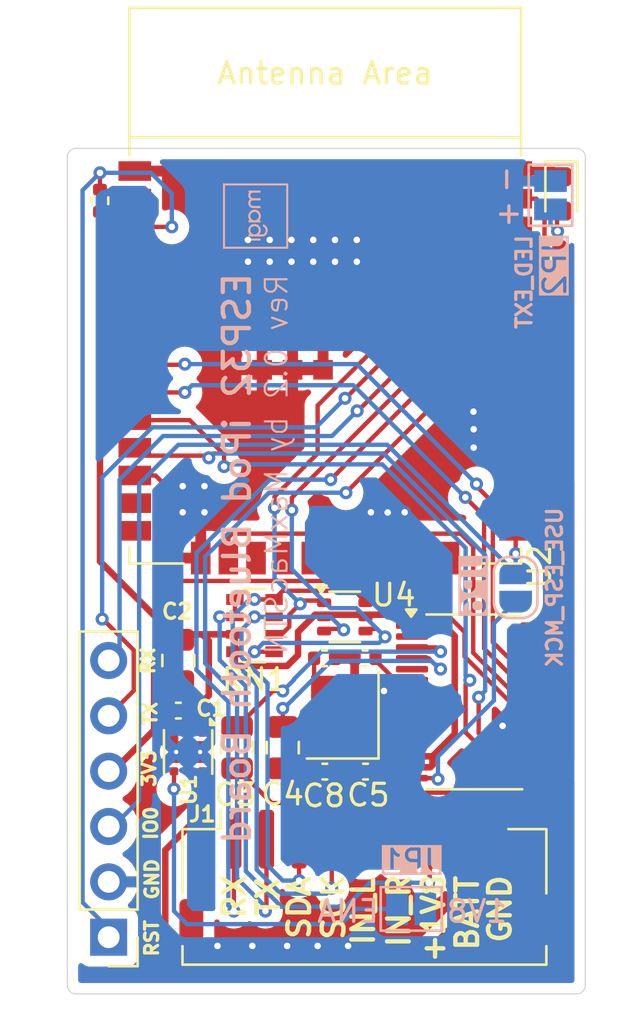
<source format=kicad_pcb>
(kicad_pcb (version 20240108) (generator "pcbnew") (generator_version "8.0")
  (layers (0 "F.Cu" signal) (31 "B.Cu" signal) (34 "B.Paste" user) (35 "F.Paste" user) (36 "B.SilkS" user "B.Silkscreen") (37 "F.SilkS" user "F.Silkscreen") (38 "B.Mask" user) (39 "F.Mask" user) (44 "Edge.Cuts" user))
  (net 0 "")
  (net 1 "+3V3")
  (net 2 "GND")
  (net 3 "RX_0")
  (net 4 "I2S_WS_3V3")
  (net 5 "RX_2")
  (net 6 "+1V8")
  (net 7 "TX_2")
  (net 8 "TX_0")
  (net 9 "LED")
  (net 10 "Net-(U3-VINL1{slash}VIN1P)")
  (net 11 "I2S_DATA_3V3")
  (net 12 "V_BATT")
  (net 13 "Net-(D1-A)")
  (net 14 "LINE_L")
  (net 15 "LINE_R")
  (net 20 "Net-(U3-VINR1{slash}VIN2P)")
  (net 23 "Net-(U3-LDO)")
  (net 24 "Net-(U3-VREF)")
  (net 26 "Net-(U3-XO)")
  (net 29 "Net-(U3-XI)")
  (net 30 "ENA")
  (net 31 "I2C_SDA_1V8")
  (net 32 "I2C_SCK_1V8")
  (net 33 "RST")
  (net 34 "I2C_SCK_3V3")
  (net 35 "I2C_SDA_3V3")
  (net 36 "MD3")
  (net 37 "MD0")
  (net 38 "MD1")
  (net 39 "ADC_INT")
  (net 40 "MD2")
  (net 46 "Net-(JP6-B)")
  (net 50 "I2S_BCK_3V3")
  (net 51 "IO0")
  (footprint "Capacitor_SMD:C_0805_2012Metric" (layer "F.Cu") (at 111.099998 97.1 90)
    (property "Reference" "C3")
    (property "Value" "10uF")
  )
  (footprint "Crystal:Crystal_SMD_3225-4Pin_3.2x2.5mm" (layer "F.Cu") (at 115.95 95.6 90)
    (property "Reference" "Y2" (hide yes))
    (property "Value" "Crystal_GND24")
  )
  (footprint "Capacitor_SMD:C_0402_1005Metric" (layer "F.Cu") (at 115.12 93 180)
    (property "Reference" "C7" (hide yes))
    (property "Value" "15pF")
  )
  (footprint "Connector_JST:JST_ZH_S9B-ZR-SM4A-TF_1x09-1MP_P1.50mm_Horizontal" (layer "F.Cu") (at 116.95 102.95)
    (property "Reference" "J1")
    (property "Value" "Conn_01x09_Socket")
  )
  (footprint "Resistor_SMD:R_Array_Convex_4x0603" (layer "F.Cu") (at 111.9 91.5 180)
    (property "Reference" "RN1")
    (property "Value" "10K")
  )
  (footprint "Capacitor_SMD:C_0805_2012Metric" (layer "F.Cu") (at 113.2 97.1 90)
    (property "Reference" "C4")
    (property "Value" "10uF")
  )
  (footprint "Package_TO_SOT_SMD:SOT-363_SC-70-6" (layer "F.Cu") (at 116.05 91.1)
    (property "Reference" "U4")
    (property "Value" "2N7002DW")
  )
  (footprint "PCM_Espressif:ESP32-WROOM-32E" (layer "F.Cu") (at 115.15 77.65)
    (property "Reference" "U2")
    (property "Value" "ESP32-WROOM-E")
  )
  (footprint "Capacitor_SMD:C_0402_1005Metric" (layer "F.Cu") (at 108.4 95.4 180)
    (property "Reference" "C1")
    (property "Value" "0.1uF")
  )
  (footprint "Capacitor_SMD:C_0805_2012Metric" (layer "F.Cu") (at 108.4 93.1 -90)
    (property "Reference" "C2")
    (property "Value" "22uF")
  )
  (footprint "Capacitor_SMD:C_0402_1005Metric" (layer "F.Cu") (at 115.13125 98.2)
    (property "Reference" "C8")
    (property "Value" "15pF")
  )
  (footprint "Capacitor_SMD:C_0402_1005Metric" (layer "F.Cu") (at 117 98.2 180)
    (property "Reference" "C5")
    (property "Value" "2.2uF")
  )
  (footprint "Connector_PinHeader_2.54mm:PinHeader_1x06_P2.54mm_Vertical" (layer "F.Cu") (at 105.2 105.8 180)
    (property "Reference" "J2" (hide yes))
    (property "Value" "Conn_01x06_Pin")
  )
  (footprint "Package_SO:TSSOP-30_4.4x7.8mm_P0.5mm" (layer "F.Cu") (at 122 95)
    (property "Reference" "U3" (hide yes))
    (property "Value" "PCM1860")
  )
  (footprint "Resistor_SMD:R_0402_1005Metric" (layer "F.Cu") (at 125.9 74.6 90)
    (property "Reference" "R2" (hide yes))
    (property "Value" "1K")
  )
  (footprint "Resistor_SMD:R_0402_1005Metric" (layer "F.Cu") (at 104.8 72 90)
    (property "Reference" "R1" (hide yes))
    (property "Value" "10K")
  )
  (footprint "Package_SON:WSON-6-1EP_2x2mm_P0.65mm_EP1x1.6mm_ThermalVias" (layer "F.Cu") (at 108.85 97.3 -90)
    (property "Reference" "U1")
    (property "Value" "TLV76733DRVx")
  )
  (footprint "Capacitor_SMD:C_0402_1005Metric" (layer "F.Cu") (at 116.98 93)
    (property "Reference" "C6" (hide yes))
    (property "Value" "2.2uF")
  )
  (footprint "LED_SMD:LED_0603_1608Metric" (layer "F.Cu") (at 126 71.687501 -90)
    (property "Reference" "D1" (hide yes))
    (property "Value" "LED")
  )
  (footprint "Jumper:SolderJumper-2_P1.3mm_Bridged_Pad1.0x1.5mm" (layer "B.Cu") (at 119.1 104.5)
    (property "Reference" "JP1")
    (property "Value" "ENA_USING_1V8_RAIL")
  )
  (footprint "Jumper:SolderJumper-2_P1.3mm_Open_Pad1.0x1.5mm" (layer "B.Cu") (at 125.5 71.749999 -90)
    (property "Reference" "JP2")
    (property "Value" "LED_EXT")
  )
  (footprint "Jumper:SolderJumper-2_P1.3mm_Open_RoundedPad1.0x1.5mm" (layer "B.Cu") (at 123.9 89.749999 -90)
    (property "Reference" "JP6")
    (property "Value" "ENA_USING_ESP_CLK")
  )
  (gr_poly (pts (xy 112.17802 73.834385) (xy 112.178019 73.733949) (xy 111.622713 73.733951) (xy 111.622713 73.834387)) (stroke (width -0.000001)) (fill solid) (layer "B.SilkS"))
  (gr_poly (pts (xy 111.612225 73.366951) (xy 111.613148 73.382088) (xy 111.614683 73.39677) (xy 111.616832 73.410993) (xy 111.619594 73.42476) (xy 111.622968 73.438067) (xy 111.626953 73.450912) (xy 111.631549 73.463296) (xy 111.636755 73.47521) (xy 111.642572 73.486661) (xy 111.648997 73.49764) (xy 111.65603 73.508152) (xy 111.663671 73.518191) (xy 111.671919 73.527757) (xy 111.680774 73.536847) (xy 111.690236 73.54546) (xy 111.622924 73.545461) (xy 111.622924 73.642933) (xy 112.211464 73.642933) (xy 112.229659 73.642803) (xy 112.246477 73.642413) (xy 112.261942 73.641762) (xy 112.276074 73.640843) (xy 112.288897 73.639656) (xy 112.300433 73.638201) (xy 112.310703 73.636471) (xy 112.319731 73.634466) (xy 112.33362 73.630472) (xy 112.347029 73.625712) (xy 112.359952 73.620191) (xy 112.37239 73.613908) (xy 112.384342 73.606867) (xy 112.395802 73.599066) (xy 112.40677 73.590513) (xy 112.417242 73.581205) (xy 112.427217 73.571146) (xy 112.436694 73.560337) (xy 112.445668 73.548781) (xy 112.454137 73.536478) (xy 112.4621 73.523431) (xy 112.469554 73.509641) (xy 112.476497 73.495112) (xy 112.482926 73.479844) (xy 112.485695 73.472561) (xy 112.488288 73.465242) (xy 112.490704 73.457883) (xy 112.492943 73.450491) (xy 112.495005 73.443062) (xy 112.496889 73.435602) (xy 112.498596 73.428111) (xy 112.500122 73.42059) (xy 112.501473 73.413039) (xy 112.502643 73.405463) (xy 112.503634 73.397861) (xy 112.504446 73.390234) (xy 112.505078 73.382584) (xy 112.50553 73.374913) (xy 112.505803 73.367221) (xy 112.505891 73.359511) (xy 112.505786 73.359299) (xy 112.505565 73.347651) (xy 112.504909 73.336125) (xy 112.503814 73.324722) (xy 112.502283 73.313446) (xy 112.500317 73.302297) (xy 112.497916 73.291281) (xy 112.495083 73.280395) (xy 112.491817 73.269645) (xy 112.488119 73.259033) (xy 112.483991 73.248562) (xy 112.479429 73.238232) (xy 112.474442 73.228048) (xy 112.469026 73.21801) (xy 112.463185 73.208123) (xy 112.456918 73.198385) (xy 112.450223 73.188801) (xy 112.442946 73.179174) (xy 112.435401 73.169977) (xy 112.427592 73.161211) (xy 112.419521 73.15288) (xy 112.411188 73.144982) (xy 112.402594 73.137521) (xy 112.393742 73.130497) (xy 112.384633 73.123913) (xy 112.375268 73.117768) (xy 112.365651 73.112065) (xy 112.355778 73.106806) (xy 112.345658 73.10199) (xy 112.335285 73.097622) (xy 112.324666 73.093699) (xy 112.313801 73.090225) (xy 112.30269 73.087201) (xy 112.283959 73.082545) (xy 112.283959 73.179594) (xy 112.291791 73.183933) (xy 112.306023 73.192254) (xy 112.319313 73.200946) (xy 112.331665 73.210016) (xy 112.343082 73.219467) (xy 112.353567 73.229305) (xy 112.35846 73.234371) (xy 112.363122 73.239537) (xy 112.367553 73.244799) (xy 112.371751 73.250163) (xy 112.375721 73.255628) (xy 112.37946 73.261192) (xy 112.382969 73.266858) (xy 112.386249 73.272626) (xy 112.3893 73.278499) (xy 112.392122 73.284475) (xy 112.394718 73.290555) (xy 112.397083 73.296739) (xy 112.399223 73.303029) (xy 112.401135 73.309426) (xy 112.40282 73.315927) (xy 112.40428 73.322538) (xy 112.405513 73.329256) (xy 112.406523 73.336084) (xy 112.407307 73.343017) (xy 112.407868 73.350063) (xy 112.408313 73.364484) (xy 112.407991 73.378795) (xy 112.407025 73.392448) (xy 112.405412 73.405458) (xy 112.40315 73.417846) (xy 112.400237 73.429627) (xy 112.396671 73.440817) (xy 112.392448 73.451434) (xy 112.38757 73.461495) (xy 112.38203 73.471015) (xy 112.375829 73.480014) (xy 112.368964 73.488507) (xy 112.361432 73.496511) (xy 112.353232 73.504042) (xy 112.344361 73.511119) (xy 112.334817 73.517758) (xy 112.324599 73.523976) (xy 112.319763 73.526553) (xy 112.314624 73.528966) (xy 112.309181 73.531215) (xy 112.303437 73.533298) (xy 112.297393 73.535218) (xy 112.291047 73.536973) (xy 112.284404 73.538561) (xy 112.277463 73.539983) (xy 112.270226 73.541239) (xy 112.262694 73.542329) (xy 112.254867 73.543252) (xy 112.246747 73.544008) (xy 112.238335 73.544597) (xy 112.229632 73.545017) (xy 112.220639 73.54527) (xy 112.211357 73.545355) (xy 112.111345 73.545354) (xy 112.11496 73.542171) (xy 112.118503 73.538892) (xy 112.121973 73.535512) (xy 112.12537 73.532037) (xy 112.128695 73.528465) (xy 112.131946 73.524795) (xy 112.135125 73.521028) (xy 112.138226 73.517163) (xy 112.141255 73.5132) (xy 112.144209 73.509138) (xy 112.14709 73.504979) (xy 112.149891 73.500721) (xy 112.15262 73.496364) (xy 112.155271 73.491909) (xy 112.157846 73.487353) (xy 112.160346 73.4827) (xy 112.164077 73.475429) (xy 112.167573 73.468059) (xy 112.170832 73.460593) (xy 112.173853 73.453035) (xy 112.176636 73.445385) (xy 112.17918 73.437642) (xy 112.181485 73.429815) (xy 112.18355 73.4219) (xy 112.185374 73.413901) (xy 112.186957 73.405819) (xy 112.188298 73.397658) (xy 112.189397 73.389416) (xy 112.190253 73.381098) (xy 112.190865 73.372705) (xy 112.191232 73.364238) (xy 112.191354 73.3557) (xy 112.191023 73.341565) (xy 112.190034 73.327621) (xy 112.18838 73.313866) (xy 112.186071 73.300305) (xy 112.183101 73.286941) (xy 112.179478 73.273778) (xy 112.175201 73.260814) (xy 112.170268 73.248057) (xy 112.164683 73.235504) (xy 112.158447 73.223161) (xy 112.151562 73.211032) (xy 112.144027 73.199119) (xy 112.135846 73.187422) (xy 112.127018 73.175945) (xy 112.117544 73.164693) (xy 112.107429 73.153665) (xy 112.09715 73.143318) (xy 112.086517 73.13363) (xy 112.075534 73.124601) (xy 112.064199 73.116233) (xy 112.05252 73.108528) (xy 112.040497 73.101486) (xy 112.028133 73.095109) (xy 112.015433 73.089397) (xy 112.002397 73.084354) (xy 111.98903 73.079979) (xy 111.975333 73.076272) (xy 111.96131 73.073238) (xy 111.946962 73.070875) (xy 111.932294 73.069187) (xy 111.917308 73.068173) (xy 111.902007 73.067833) (xy 111.894598 73.067952) (xy 111.894598 73.168904) (xy 111.904995 73.169106) (xy 111.915146 73.169709) (xy 111.925063 73.170719) (xy 111.934745 73.172133) (xy 111.944199 73.173955) (xy 111.953426 73.176183) (xy 111.962434 73.178821) (xy 111.971222 73.181868) (xy 111.979797 73.18533) (xy 111.988164 73.189203) (xy 111.996326 73.193491) (xy 112.004284 73.198193) (xy 112.012047 73.203314) (xy 112.019617 73.208851) (xy 112.026997 73.214808) (xy 112.034193 73.221187) (xy 112.041298 73.227934) (xy 112.047932 73.234884) (xy 112.054095 73.24204) (xy 112.059791 73.249406) (xy 112.06502 73.256987) (xy 112.069785 73.264784) (xy 112.074088 73.272803) (xy 112.077929 73.281049) (xy 112.08131 73.289523) (xy 112.084235 73.29823) (xy 112.086706 73.307176) (xy 112.088723 73.316362) (xy 112.090288 73.325793) (xy 112.091404 73.335473) (xy 112.092072 73.345406) (xy 112.092296 73.355595) (xy 112.092089 73.365756) (xy 112.091471 73.37561) (xy 112.090434 73.385165) (xy 112.088984 73.394433) (xy 112.087116 73.403417) (xy 112.084827 73.412134) (xy 112.082118 73.420587) (xy 112.078986 73.428792) (xy 112.07543 73.436754) (xy 112.071449 73.444483) (xy 112.06704 73.45199) (xy 112.062202 73.459283) (xy 112.056936 73.466373) (xy 112.051235 73.473267) (xy 112.0451 73.479978) (xy 112.038532 73.486511) (xy 112.030985 73.493424) (xy 112.023306 73.499877) (xy 112.015491 73.505873) (xy 112.007536 73.511416) (xy 111.999435 73.516501) (xy 111.991189 73.521135) (xy 111.982793 73.52532) (xy 111.974238 73.529057) (xy 111.965525 73.532345) (xy 111.956651 73.53519) (xy 111.94761 73.537592) (xy 111.9384 73.539554) (xy 111.929016 73.541074) (xy 111.919453 73.54216) (xy 111.909712 73.54281) (xy 111.899784 73.543026) (xy 111.889848 73.542813) (xy 111.880085 73.542174) (xy 111.870499 73.541111) (xy 111.861095 73.539616) (xy 111.851877 73.537691) (xy 111.84285 73.535335) (xy 111.834017 73.532545) (xy 111.825383 73.52932) (xy 111.816953 73.525659) (xy 111.808729 73.521559) (xy 111.80072 73.517022) (xy 111.792927 73.51204) (xy 111.785352 73.506616) (xy 111.778004 73.500749) (xy 111.770885 73.494436) (xy 111.764 73.487677) (xy 111.757413 73.48056) (xy 111.751265 73.473263) (xy 111.745549 73.46578) (xy 111.740268 73.458105) (xy 111.73542 73.45024) (xy 111.731005 73.442173) (xy 111.727014 73.433904) (xy 111.723453 73.425431) (xy 111.720316 73.41675) (xy 111.717606 73.407852) (xy 111.715313 73.39874) (xy 111.713443 73.389404) (xy 111.711992 73.379844) (xy 111.710957 73.370054) (xy 111.710338 73.360033) (xy 111.710131 73.349774) (xy 111.710025 73.349774) (xy 111.710234 73.340352) (xy 111.710859 73.331136) (xy 111.711905 73.322121) (xy 111.713374 73.313304) (xy 111.715263 73.304683) (xy 111.717576 73.296252) (xy 111.720314 73.288009) (xy 111.723479 73.279951) (xy 111.727072 73.272073) (xy 111.731093 73.264374) (xy 111.735546 73.256849) (xy 111.740431 73.249494) (xy 111.745748 73.242307) (xy 111.7515 73.235284) (xy 111.75769 73.228421) (xy 111.764317 73.221716) (xy 111.771257 73.215263) (xy 111.778338 73.209237) (xy 111.785567 73.203637) (xy 111.792949 73.198461) (xy 111.800485 73.19371) (xy 111.808181 73.189379) (xy 111.816037 73.185468) (xy 111.82406 73.181975) (xy 111.832251 73.178899) (xy 111.840615 73.176239) (xy 111.849153 73.173991) (xy 111.857871 73.172156) (xy 111.866771 73.170732) (xy 111.875856 73.169715) (xy 111.885132 73.169107) (xy 111.894598 73.168904) (xy 111.894598 73.067952) (xy 111.888844 73.068046) (xy 111.875988 73.068672) (xy 111.863443 73.069717) (xy 111.851208 73.071182) (xy 111.839286 73.073058) (xy 111.827679 73.075352) (xy 111.81639 73.07806) (xy 111.80542 73.081183) (xy 111.79477 73.084718) (xy 111.784446 73.088664) (xy 111.774445 73.093023) (xy 111.764772 73.097792) (xy 111.755428 73.102972) (xy 111.746416 73.108561) (xy 111.737737 73.114558) (xy 111.729391 73.120963) (xy 111.715218 73.132977) (xy 111.70195 73.145327) (xy 111.689586 73.158005) (xy 111.67813 73.171012) (xy 111.667583 73.184342) (xy 111.657946 73.197993) (xy 111.649221 73.21196) (xy 111.641405 73.22624) (xy 111.634505 73.240831) (xy 111.628521 73.255729) (xy 111.623454 73.270929) (xy 111.619304 73.286429) (xy 111.616075 73.302227) (xy 111.613766 73.318317) (xy 111.61238 73.334698) (xy 111.611916 73.351362)) (stroke (width -0.000001)) (fill solid) (layer "B.SilkS"))
  (gr_poly (pts (xy 111.627154 72.124902) (xy 111.628095 72.135191) (xy 111.629665 72.145459) (xy 111.631862 72.155706) (xy 111.634688 72.165934) (xy 111.638142 72.176138) (xy 111.642224 72.186321) (xy 111.646935 72.196482) (xy 111.652275 72.20662) (xy 111.658245 72.216737) (xy 111.664842 72.22683) (xy 111.672069 72.236899) (xy 111.679925 72.246946) (xy 111.688412 72.256969) (xy 111.697527 72.266968) (xy 111.707273 72.276942) (xy 111.713802 72.282959) (xy 111.720772 72.28859) (xy 111.728181 72.293834) (xy 111.736028 72.298689) (xy 111.744316 72.303157) (xy 111.753043 72.307238) (xy 111.762211 72.310929) (xy 111.771818 72.314235) (xy 111.781866 72.317151) (xy 111.792355 72.319679) (xy 111.803283 72.321819) (xy 111.814653 72.32357) (xy 111.826463 72.324931) (xy 111.838715 72.325907) (xy 111.851407 72.326488) (xy 111.864541 72.326683) (xy 112.162886 72.326684) (xy 112.162886 72.255775) (xy 111.869622 72.255775) (xy 111.860175 72.255672) (xy 111.851043 72.255363) (xy 111.842226 72.254849) (xy 111.833724 72.254128) (xy 111.825537 72.253202) (xy 111.817665 72.252069) (xy 111.810109 72.25073) (xy 111.802869 72.249187) (xy 111.79594 72.247437) (xy 111.78933 72.245481) (xy 111.783032 72.243319) (xy 111.77705 72.240953) (xy 111.771384 72.238378) (xy 111.766031 72.235599) (xy 111.760995 72.232614) (xy 111.756274 72.229423) (xy 111.748835 72.223822) (xy 111.741877 72.217973) (xy 111.7354 72.211876) (xy 111.729404 72.205534) (xy 111.723888 72.198946) (xy 111.718853 72.192108) (xy 111.714297 72.185025) (xy 111.710222 72.177697) (xy 111.706627 72.170122) (xy 111.703513 72.162303) (xy 111.700878 72.154239) (xy 111.698722 72.145929) (xy 111.697045 72.137377) (xy 111.695848 72.12858) (xy 111.695129 72.119539) (xy 111.694891 72.110255) (xy 111.695011 72.104255) (xy 111.695372 72.098328) (xy 111.695973 72.092469) (xy 111.696814 72.086678) (xy 111.697895 72.080957) (xy 111.699216 72.075304) (xy 111.700776 72.069719) (xy 111.702577 72.064203) (xy 111.704616 72.058756) (xy 111.706895 72.053376) (xy 111.709413 72.048064) (xy 111.71217 72.04282) (xy 111.715165 72.037645) (xy 111.718399 72.032535) (xy 111.721872 72.027493) (xy 111.725582 72.02252) (xy 111.729477 72.017706) (xy 111.733499 72.013152) (xy 111.73765 72.008856) (xy 111.741929 72.004818) (xy 111.746334 72.001038) (xy 111.750865 71.997515) (xy 111.755525 71.994251) (xy 111.760308 71.991245) (xy 111.765218 71.988496) (xy 111.770253 71.986006) (xy 111.775411 71.983774) (xy 111.780693 71.981799) (xy 111.786098 71.980083) (xy 111.791628 71.978623) (xy 111.797279 71.977424) (xy 111.803052 71.976481) (xy 111.810028 71.975444) (xy 111.817383 71.974554) (xy 111.82512 71.973806) (xy 111.833241 71.9732) (xy 111.84175 71.972734) (xy 111.850648 71.972403) (xy 111.859937 71.972207) (xy 111.869622 71.972142) (xy 112.162886 71.972142) (xy 112.162886 71.901233) (xy 111.861577 71.901233) (xy 111.85338 71.901138) (xy 111.845416 71.900846) (xy 111.837684 71.900363) (xy 111.830187 71.899684) (xy 111.822923 71.898812) (xy 111.815892 71.897745) (xy 111.809098 71.896486) (xy 111.802535 71.895029) (xy 111.796209 71.893379) (xy 111.790117 71.891534) (xy 111.784259 71.889494) (xy 111.778636 71.887259) (xy 111.773249 71.884828) (xy 111.768097 71.882202) (xy 111.763179 71.87938) (xy 111.758496 71.876363) (xy 111.750788 71.870769) (xy 111.743579 71.864948) (xy 111.736869 71.858895) (xy 111.730654 71.852611) (xy 111.724939 71.846099) (xy 111.719721 71.839356) (xy 111.715001 71.832381) (xy 111.710778 71.825178) (xy 111.708853 71.821492) (xy 111.707056 71.817747) (xy 111.705378 71.813945) (xy 111.703827 71.810086) (xy 111.701095 71.802195) (xy 111.698862 71.794076) (xy 111.697124 71.785726) (xy 111.695883 71.77715) (xy 111.695139 71.768345) (xy 111.694893 71.759311) (xy 111.695109 71.750287) (xy 111.695769 71.741511) (xy 111.696868 71.732982) (xy 111.698405 71.7247) (xy 111.700382 71.716665) (xy 111.702799 71.708877) (xy 111.705656 71.701335) (xy 111.708953 71.694038) (xy 111.712691 71.686987) (xy 111.716868 71.680182) (xy 111.721487 71.673621) (xy 111.726546 71.667307) (xy 111.732045 71.661234) (xy 111.737988 71.655406) (xy 111.74437 71.649822) (xy 111.751195 71.644482) (xy 111.755661 71.641388) (xy 111.760451 71.638488) (xy 111.765567 71.635791) (xy 111.771001 71.633293) (xy 111.776761 71.630991) (xy 111.782846 71.62889) (xy 111.789255 71.626987) (xy 111.795988 71.625286) (xy 111.803046 71.623784) (xy 111.81043 71.622482) (xy 111.818139 71.621379) (xy 111.826174 71.620476) (xy 111.834535 71.619773) (xy 111.843222 71.619274) (xy 111.852237 71.618972) (xy 111.861578 71.61887) (xy 112.162886 71.61887) (xy 112.162886 71.548704) (xy 111.637847 71.548703) (xy 111.637846 71.61506) (xy 111.707273 71.61506) (xy 111.702323 71.617369) (xy 111.697527 71.619812) (xy 111.69289 71.62239) (xy 111.688412 71.625101) (xy 111.684092 71.627947) (xy 111.679925 71.630926) (xy 111.675919 71.634039) (xy 111.672069 71.637287) (xy 111.668376 71.640668) (xy 111.664842 71.644184) (xy 111.661465 71.647834) (xy 111.658244 71.651618) (xy 111.65518 71.655536) (xy 111.652275 71.659589) (xy 111.649526 71.663775) (xy 111.646935 71.668095) (xy 111.644501 71.672553) (xy 111.642223 71.67714) (xy 111.640104 71.681864) (xy 111.638141 71.686722) (xy 111.636336 71.691713) (xy 111.63469 71.696841) (xy 111.633198 71.702102) (xy 111.631863 71.707497) (xy 111.630685 71.713027) (xy 111.629665 71.718691) (xy 111.6288 71.72449) (xy 111.628095 71.730423) (xy 111.627546 71.736491) (xy 111.627154 71.742693) (xy 111.62684 71.7555) (xy 111.627154 71.768415) (xy 111.628094 71.781003) (xy 111.629665 71.793269) (xy 111.631863 71.805215) (xy 111.634687 71.816842) (xy 111.638142 71.828154) (xy 111.642223 71.83915) (xy 111.646935 71.849837) (xy 111.652275 71.860216) (xy 111.658244 71.870288) (xy 111.664842 71.880055) (xy 111.672069 71.889521) (xy 111.679925 71.898686) (xy 111.688413 71.907556) (xy 111.697527 71.91613) (xy 111.707273 71.924411) (xy 111.708033 71.92515) (xy 111.708846 71.925899) (xy 111.70971 71.926658) (xy 111.710625 71.927429) (xy 111.711592 71.928211) (xy 111.712611 71.928999) (xy 111.713679 71.929802) (xy 111.714801 71.930615) (xy 111.717193 71.932275) (xy 111.71979 71.933981) (xy 111.722586 71.935733) (xy 111.725582 71.937534) (xy 111.707273 71.949281) (xy 111.702763 71.952296) (xy 111.698359 71.955508) (xy 111.694062 71.958914) (xy 111.689871 71.962516) (xy 111.685789 71.966313) (xy 111.681814 71.970306) (xy 111.677947 71.974493) (xy 111.674187 71.978876) (xy 111.670535 71.983452) (xy 111.666991 71.988223) (xy 111.663555 71.993189) (xy 111.660229 71.99835) (xy 111.65701 72.003706) (xy 111.6539 72.009253) (xy 111.650899 72.014995) (xy 111.648008 72.020931) (xy 111.645432 72.026524) (xy 111.643025 72.032152) (xy 111.640788 72.037815) (xy 111.638716 72.043513) (xy 111.636813 72.049245) (xy 111.635077 72.055013) (xy 111.633508 72.060814) (xy 111.632105 72.066651) (xy 111.630869 72.072522) (xy 111.629797 72.078428) (xy 111.628893 72.084368) (xy 111.628153 72.090345) (xy 111.627577 72.096355) (xy 111.627168 72.102399) (xy 111.626923 72.108479) (xy 111.62684 72.114593)) (stroke (width -0.000001)) (fill solid) (layer "B.SilkS"))
  (gr_poly (pts (xy 113.449501 74.206177) (xy 113.449501 71.206226) (xy 113.354251 71.206226) (xy 113.354252 71.301475) (xy 113.354252 74.110928) (xy 110.544799 74.110928) (xy 110.5448 71.301476) (xy 113.354252 71.301475) (xy 113.354251 71.206226) (xy 110.44955 71.206226) (xy 110.44955 74.206177)) (stroke (width -0.000001)) (fill solid) (layer "B.SilkS"))
  (gr_poly (pts (xy 111.637847 71.548703) (xy 111.637847 71.548491) (xy 111.637741 71.548703)) (stroke (width -0.000001)) (fill solid) (layer "B.SilkS"))
  (gr_poly (pts (xy 111.554026 73.819251) (xy 111.554027 73.749083) (xy 111.453591 73.749083) (xy 111.453591 73.81925)) (stroke (width -0.000001)) (fill solid) (layer "B.SilkS"))
  (gr_poly (pts (xy 111.611935 72.125533) (xy 111.612938 72.13656) (xy 111.614608 72.147568) (xy 111.616944 72.158552) (xy 111.619946 72.169511) (xy 111.62361 72.180443) (xy 111.627937 72.191342) (xy 111.632925 72.202212) (xy 111.638574 72.213041) (xy 111.644879 72.223834) (xy 111.651843 72.234584) (xy 111.659463 72.245294) (xy 111.667738 72.255954) (xy 111.676666 72.266565) (xy 111.686246 72.277125) (xy 111.696478 72.287632) (xy 111.703541 72.294151) (xy 111.71107 72.300255) (xy 111.719067 72.305943) (xy 111.727527 72.311216) (xy 111.736449 72.316074) (xy 111.745829 72.320508) (xy 111.755667 72.324527) (xy 111.765958 72.328124) (xy 111.7767 72.331303) (xy 111.787892 72.334059) (xy 111.79953 72.336394) (xy 111.811612 72.338307) (xy 111.824135 72.339795) (xy 111.837098 72.34086) (xy 111.850499 72.341499) (xy 111.86433 72.341711) (xy 112.177808 72.341712) (xy 112.177808 72.240641) (xy 111.869622 72.24064) (xy 111.86082 72.24055) (xy 111.852315 72.240269) (xy 111.844107 72.239806) (xy 111.836198 72.239158) (xy 111.82859 72.238325) (xy 111.821282 72.237309) (xy 111.814277 72.23611) (xy 111.807577 72.234727) (xy 111.801181 72.233165) (xy 111.795091 72.231417) (xy 111.78931 72.229489) (xy 111.783836 72.22738) (xy 111.778674 72.225091) (xy 111.773823 72.222622) (xy 111.769283 72.219974) (xy 111.765058 72.217146) (xy 111.758317 72.212067) (xy 111.752024 72.206788) (xy 111.746177 72.201307) (xy 111.740773 72.19562) (xy 111.735809 72.189726) (xy 111.731287 72.183617) (xy 111.727204 72.177292) (xy 111.723558 72.17075) (xy 111.720347 72.163987) (xy 111.717571 72.156998) (xy 111.715227 72.14978) (xy 111.71331 72.14233) (xy 111.711824 72.134645) (xy 111.710765 72.126722) (xy 111.71013 72.118557) (xy 111.709919 72.110148) (xy 111.710025 72.104753) (xy 111.710341 72.099428) (xy 111.710871 72.094183) (xy 111.711614 72.089007) (xy 111.712571 72.083903) (xy 111.713742 72.078865) (xy 111.715129 72.073892) (xy 111.716731 72.068979) (xy 111.718552 72.064129) (xy 111.72059 72.059332) (xy 111.722847 72.054591) (xy 111.725323 72.049903) (xy 111.72802 72.045264) (xy 111.730936 72.040672) (xy 111.734075 72.036125) (xy 111.737436 72.03162) (xy 111.740877 72.027372) (xy 111.744416 72.023359) (xy 111.748049 72.019579) (xy 111.751785 72.01603) (xy 111.755623 72.012716) (xy 111.759565 72.00963) (xy 111.763612 72.006772) (xy 111.76777 72.004143) (xy 111.772038 72.001741) (xy 111.776418 71.999565) (xy 111.780912 71.997615) (xy 111.785522 71.995886) (xy 111.790251 71.994382) (xy 111.795101 71.993098) (xy 111.800073 71.992035) (xy 111.805168 71.991192) (xy 111.81191 71.990191) (xy 111.819036 71.989325) (xy 111.826539 71.988598) (xy 111.834419 71.988004) (xy 111.842671 71.987544) (xy 111.851293 71.987218) (xy 111.860276 71.987023) (xy 111.869622 71.986957) (xy 112.17802 71.986958) (xy 112.17802 71.885782) (xy 111.86158 71.885782) (xy 111.853986 71.885694) (xy 111.846613 71.88543) (xy 111.839458 71.884991) (xy 111.832522 71.884378) (xy 111.825807 71.88359) (xy 111.819317 71.882629) (xy 111.813051 71.881494) (xy 111.807008 71.880186) (xy 111.801192 71.878706) (xy 111.795607 71.877054) (xy 111.790252 71.87523) (xy 111.785127 71.873236) (xy 111.780233 71.87107) (xy 111.775574 71.868734) (xy 111.77115 71.866231) (xy 111.766962 71.863557) (xy 111.760009 71.858504) (xy 111.753514 71.853269) (xy 111.747472 71.847846) (xy 111.741887 71.842235) (xy 111.736758 71.836431) (xy 111.732078 71.83043) (xy 111.727852 71.824234) (xy 111.725907 71.821061) (xy 111.724073 71.817837) (xy 111.722354 71.814562) (xy 111.720747 71.811236) (xy 111.719251 71.807858) (xy 111.717867 71.804429) (xy 111.716594 71.800947) (xy 111.715433 71.797411) (xy 111.714383 71.793826) (xy 111.713445 71.790185) (xy 111.7119 71.782742) (xy 111.710799 71.775082) (xy 111.710139 71.767202) (xy 111.709919 71.759099) (xy 111.710112 71.750999) (xy 111.71069 71.743133) (xy 111.711656 71.735496) (xy 111.713011 71.728087) (xy 111.714754 71.720905) (xy 111.71689 71.713949) (xy 111.719419 71.707215) (xy 111.722341 71.700706) (xy 111.725661 71.694416) (xy 111.729375 71.688347) (xy 111.733489 71.682495) (xy 111.738002 71.676857) (xy 111.742918 71.671435) (xy 111.748236 71.666225) (xy 111.753957 71.661229) (xy 111.760084 71.656443) (xy 111.764037 71.65371) (xy 111.768313 71.651153) (xy 111.772911 71.648769) (xy 111.777831 71.646561) (xy 111.783071 71.644529) (xy 111.78863 71.642671) (xy 111.794506 71.640988) (xy 111.800697 71.639481) (xy 111.807204 71.638149) (xy 111.814026 71.636996) (xy 111.82116 71.636019) (xy 111.828605 71.635218) (xy 111.83636 71.634595) (xy 111.844423 71.634149) (xy 111.852796 71.633882) (xy 111.861472 71.633793) (xy 112.177913 71.633793) (xy 112.177913 71.533357) (xy 111.622607 71.533357) (xy 111.622609 71.630194) (xy 111.657319 71.630194) (xy 111.651801 71.63582) (xy 111.646635 71.641743) (xy 111.641822 71.647962) (xy 111.637362 71.654478) (xy 111.633257 71.661286) (xy 111.629506 71.668391) (xy 111.62611 71.675789) (xy 111.62307 71.683482) (xy 111.620385 71.691466) (xy 111.618057 71.699743) (xy 111.616088 71.708311) (xy 111.614472 71.717169) (xy 111.613218 71.726319) (xy 111.612319 71.735757) (xy 111.61178 71.745485) (xy 111.6116 71.755503) (xy 111.611939 71.769162) (xy 111.612957 71.782519) (xy 111.614652 71.795572) (xy 111.617022 71.808315) (xy 111.620066 71.820747) (xy 111.623784 71.832866) (xy 111.628171 71.844667) (xy 111.63323 71.856148) (xy 111.638956 71.86731) (xy 111.64535 71.878142) (xy 111.652409 71.888647) (xy 111.660133 71.898822) (xy 111.66852 71.908664) (xy 111.677566 71.918169) (xy 111.687275 71.927334) (xy 111.697642 71.936158) (xy 111.698383 71.9369) (xy 111.693481 71.940218) (xy 111.688691 71.943744) (xy 111.684018 71.947477) (xy 111.679463 71.951417) (xy 111.675024 71.955561) (xy 111.670705 71.959909) (xy 111.666506 71.964463) (xy 111.662426 71.969218) (xy 111.658469 71.974176) (xy 111.654634 71.979337) (xy 111.650923 71.984695) (xy 111.647334 71.990254) (xy 111.643873 71.996013) (xy 111.640537 72.00197) (xy 111.637329 72.008124) (xy 111.634248 72.014474) (xy 111.631516 72.020431) (xy 111.62896 72.026434) (xy 111.626577 72.032481) (xy 111.624369 72.038572) (xy 111.622336 72.044701) (xy 111.620479 72.050873) (xy 111.618794 72.057083) (xy 111.617288 72.063332) (xy 111.615958 72.069616) (xy 111.614803 72.075932) (xy 111.613826 72.082284) (xy 111.613025 72.088667) (xy 111.612403 72.095079) (xy 111.611957 72.101522) (xy 111.611689 72.107991) (xy 111.6116 72.114488)) (stroke (width -0.000001)) (fill solid) (layer "B.SilkS"))
  (gr_poly (pts (xy 111.627271 72.726997) (xy 111.628566 72.744257) (xy 111.630724 72.760839) (xy 111.633743 72.776743) (xy 111.637628 72.791969) (xy 111.642372 72.806515) (xy 111.64798 72.820382) (xy 111.654449 72.833572) (xy 111.661781 72.846081) (xy 111.669974 72.85791) (xy 111.679028 72.869059) (xy 111.688946 72.879527) (xy 111.699724 72.889313) (xy 111.711363 72.898419) (xy 111.723863 72.906845) (xy 111.737224 72.914587) (xy 111.637741 72.914587) (xy 111.637741 72.981897) (xy 112.162886 72.981899) (xy 112.162886 72.914588) (xy 112.063403 72.914588) (xy 112.070337 72.910717) (xy 112.07705 72.906687) (xy 112.083543 72.902493) (xy 112.089815 72.898142) (xy 112.095866 72.893631) (xy 112.101697 72.888957) (xy 112.107308 72.884124) (xy 112.112698 72.879131) (xy 112.117867 72.873976) (xy 112.122816 72.868662) (xy 112.127545 72.863187) (xy 112.132053 72.857553) (xy 112.13634 72.851758) (xy 112.140409 72.845803) (xy 112.144257 72.839687) (xy 112.147884 72.833412) (xy 112.151293 72.826978) (xy 112.154478 72.820384) (xy 112.157446 72.813629) (xy 112.160191 72.806713) (xy 112.16272 72.799641) (xy 112.165026 72.792405) (xy 112.167114 72.78501) (xy 112.168981 72.777457) (xy 112.170628 72.769744) (xy 112.172056 72.76187) (xy 112.173264 72.753838) (xy 112.174253 72.745646) (xy 112.175021 72.737293) (xy 112.17557 72.728783) (xy 112.176008 72.711282) (xy 112.175569 72.694858) (xy 112.174248 72.678688) (xy 112.172047 72.66277) (xy 112.168966 72.647106) (xy 112.165004 72.631693) (xy 112.160165 72.616531) (xy 112.154445 72.601624) (xy 112.147844 72.586967) (xy 112.140365 72.572562) (xy 112.132007 72.558409) (xy 112.122769 72.544508) (xy 112.112653 72.530856) (xy 112.101658 72.517458) (xy 112.089785 72.50431) (xy 112.077033 72.491413) (xy 112.063402 72.478766) (xy 112.060931 72.476668) (xy 112.058278 72.474584) (xy 112.055443 72.472511) (xy 112.052427 72.47045) (xy 112.04923 72.468401) (xy 112.04585 72.466363) (xy 112.042289 72.464338) (xy 112.038545 72.462322) (xy 112.034619 72.460318) (xy 112.03051 72.458326) (xy 112.026219 72.456344) (xy 112.021746 72.454373) (xy 112.017089 72.452411) (xy 112.012248 72.450462) (xy 112.007226 72.448522) (xy 112.002018 72.446593) (xy 111.988693 72.442128) (xy 111.975391 72.438258) (xy 111.968744 72.436547) (xy 111.962103 72.434986) (xy 111.955469 72.43357) (xy 111.948838 72.432305) (xy 111.942212 72.431189) (xy 111.935592 72.430221) (xy 111.928977 72.429403) (xy 111.922366 72.428733) (xy 111.915761 72.428212) (xy 111.909161 72.42784) (xy 111.902565 72.427617) (xy 111.901795 72.427608) (xy 111.901795 72.498557) (xy 111.901901 72.498557) (xy 111.912496 72.498804) (xy 111.92289 72.499544) (xy 111.933084 72.500779) (xy 111.943078 72.502506) (xy 111.95287 72.50473) (xy 111.962465 72.507447) (xy 111.971858 72.510659) (xy 111.981051 72.514366) (xy 111.990045 72.518567) (xy 111.998838 72.523263) (xy 112.007434 72.528455) (xy 112.015829 72.534142) (xy 112.024025 72.540324) (xy 112.032022 72.547002) (xy 112.039821 72.554174) (xy 112.047423 72.561845) (xy 112.054688 72.569834) (xy 112.061486 72.578007) (xy 112.067815 72.586362) (xy 112.073675 72.5949) (xy 112.079066 72.603618) (xy 112.083989 72.61252) (xy 112.088442 72.6216) (xy 112.092427 72.630863) (xy 112.095943 72.640303) (xy 112.09899 72.649923) (xy 112.101569 72.659723) (xy 112.10368 72.669701) (xy 112.105319 72.679857) (xy 112.106491 72.69019) (xy 112.107195 72.7007) (xy 112.107429 72.711388) (xy 112.107195 72.722015) (xy 112.106486 72.732354) (xy 112.105308 72.742419) (xy 112.103659 72.752221) (xy 112.101538 72.761773) (xy 112.098947 72.771088) (xy 112.095882 72.78018) (xy 112.092348 72.789057) (xy 112.088342 72.797733) (xy 112.083865 72.806225) (xy 112.078916 72.814541) (xy 112.073496 72.822696) (xy 112.067605 72.830702) (xy 112.061243 72.838569) (xy 112.054409 72.846313) (xy 112.047104 72.853945) (xy 112.03948 72.86129) (xy 112.031684 72.868163) (xy 112.023723 72.874566) (xy 112.015591 72.880493) (xy 112.007291 72.885949) (xy 111.998823 72.890933) (xy 111.990187 72.895443) (xy 111.981382 72.89948) (xy 111.972407 72.903044) (xy 111.963264 72.906134) (xy 111.953951 72.908747) (xy 111.944472 72.910887) (xy 111.934825 72.912552) (xy 111.925005 72.913741) (xy 111.915019 72.914456) (xy 111.904864 72.914694) (xy 111.89392 72.914465) (xy 111.883192 72.913781) (xy 111.872678 72.912639) (xy 111.862379 72.911042) (xy 111.852296 72.908985) (xy 111.84243 72.906473) (xy 111.83278 72.903503) (xy 111.823346 72.900077) (xy 111.814127 72.89619) (xy 111.805125 72.891847) (xy 111.796337 72.887047) (xy 111.787765 72.881788) (xy 111.779411 72.87607) (xy 111.771271 72.869897) (xy 111.763347 72.863261) (xy 111.755639 72.856168) (xy 111.748294 72.848729) (xy 111.741421 72.841056) (xy 111.735022 72.833151) (xy 111.729093 72.825013) (xy 111.723635 72.816641) (xy 111.718652 72.808037) (xy 111.714141 72.799199) (xy 111.710104 72.790129) (xy 111.70654 72.780823) (xy 111.703452 72.771286) (xy 111.700837 72.761515) (xy 111.698697 72.751512) (xy 111.697032 72.741277) (xy 111.695843 72.730805) (xy 111.695128 72.720102) (xy 111.69489 72.709164) (xy 111.695126 72.698239) (xy 111.695832 72.687562) (xy 111.697013 72.677127) (xy 111.698661 72.666929) (xy 111.700781 72.656962) (xy 111.703374 72.647217) (xy 111.706437 72.63769) (xy 111.709971 72.628375) (xy 111.713979 72.619263) (xy 111.718455 72.610351) (xy 111.723404 72.60163) (xy 111.728825 72.593094) (xy 111.734714 72.584738) (xy 111.741077 72.576554) (xy 111.747911 72.568538) (xy 111.755216 72.560681) (xy 111.762858 72.553147) (xy 111.770704 72.5461) (xy 111.778752 72.539542) (xy 111.787004 72.533472) (xy 111.795458 72.527889) (xy 111.804116 72.522793) (xy 111.812974 72.518183) (xy 111.822036 72.514061) (xy 111.8313 72.510425) (xy 111.840766 72.507274) (xy 111.850434 72.504609) (xy 111.860303 72.502432) (xy 111.870374 72.500735) (xy 111.880647 72.499525) (xy 111.891119 72.498799) (xy 111.901795 72.498557) (xy 111.901795 72.427608) (xy 111.895974 72.427543) (xy 111.890196 72.427622) (xy 111.884371 72.42786) (xy 111.878499 72.42826) (xy 111.87258 72.428814) (xy 111.866615 72.42953) (xy 111.860603 72.430406) (xy 111.854545 72.431442) (xy 111.848442 72.432636) (xy 111.842292 72.433991) (xy 111.836098 72.435506) (xy 111.829856 72.437181) (xy 111.823569 72.439017) (xy 111.817237 72.441014) (xy 111.810861 72.443171) (xy 111.804439 72.445489) (xy 111.797972 72.447968) (xy 111.788065 72.452028) (xy 111.778822 72.456182) (xy 111.77024 72.460435) (xy 111.766197 72.462596) (xy 111.762319 72.464783) (xy 111.758609 72.466992) (xy 111.755059 72.469225) (xy 111.751677 72.471481) (xy 111.748457 72.47376) (xy 111.745403 72.476061) (xy 111.742513 72.478387) (xy 111.739787 72.480735) (xy 111.737224 72.483105) (xy 111.723846 72.496415) (xy 111.711333 72.509834) (xy 111.699685 72.523362) (xy 111.688901 72.536998) (xy 111.678982 72.550744) (xy 111.669929 72.564598) (xy 111.661737 72.578559) (xy 111.65441 72.592629) (xy 111.647945 72.606807) (xy 111.642344 72.621093) (xy 111.637605 72.635485) (xy 111.633729 72.649985) (xy 111.630715 72.664594) (xy 111.628561 72.679309) (xy 111.62727 72.69413) (xy 111.62684 72.709059)) (stroke (width -0.000001)) (fill solid) (layer "B.SilkS"))
  (gr_poly (pts (xy 112.162991 73.819251) (xy 112.162991 73.749083) (xy 111.637846 73.749083) (xy 111.637847 73.819251)) (stroke (width -0.000001)) (fill solid) (layer "B.SilkS"))
  (gr_poly (pts (xy 111.569056 73.834385) (xy 111.569056 73.733949) (xy 111.438458 73.733949) (xy 111.438457 73.834385)) (stroke (width -0.000001)) (fill solid) (layer "B.SilkS"))
  (gr_poly (pts (xy 111.627171 73.369574) (xy 111.62848 73.3871) (xy 111.630664 73.403942) (xy 111.633722 73.420099) (xy 111.637651 73.43557) (xy 111.642455 73.450357) (xy 111.648135 73.464457) (xy 111.654687 73.477872) (xy 111.662115 73.490601) (xy 111.670418 73.502644) (xy 111.679593 73.514001) (xy 111.689644 73.524672) (xy 111.70057 73.534656) (xy 111.712371 73.543954) (xy 111.725048 73.552564) (xy 111.7386 73.56049) (xy 111.637635 73.56049) (xy 111.637635 73.627798) (xy 112.211041 73.627798) (xy 112.211251 73.627693) (xy 112.228893 73.627568) (xy 112.245226 73.627195) (xy 112.260251 73.62657) (xy 112.273971 73.625694) (xy 112.286386 73.624565) (xy 112.2975 73.623183) (xy 112.307307 73.621545) (xy 112.315817 73.619649) (xy 112.328839 73.6159) (xy 112.341399 73.611439) (xy 112.353495 73.606264) (xy 112.365128 73.60038) (xy 112.376298 73.593782) (xy 112.387007 73.58647) (xy 112.397249 73.578446) (xy 112.40703 73.569708) (xy 112.416349 73.560259) (xy 112.425205 73.550095) (xy 112.433599 73.539219) (xy 112.44153 73.52763) (xy 112.449 73.515325) (xy 112.456009 73.502307) (xy 112.462554 73.488575) (xy 112.468638 73.474129) (xy 112.471291 73.467168) (xy 112.473773 73.460179) (xy 112.476084 73.453161) (xy 112.478223 73.44611) (xy 112.480191 73.439033) (xy 112.481988 73.431926) (xy 112.483614 73.424791) (xy 112.48507 73.417627) (xy 112.486353 73.410434) (xy 112.487465 73.403213) (xy 112.488409 73.395964) (xy 112.489179 73.388686) (xy 112.489777 73.381381) (xy 112.490205 73.374048) (xy 112.490461 73.366687) (xy 112.490547 73.359299) (xy 112.49034 73.348213) (xy 112.489722 73.337258) (xy 112.488693 73.326434) (xy 112.487252 73.315741) (xy 112.4854 73.305182) (xy 112.483134 73.294752) (xy 112.480458 73.284455) (xy 112.47737 73.274289) (xy 112.47387 73.264254) (xy 112.469958 73.254351) (xy 112.465635 73.244579) (xy 112.4609 73.234938) (xy 112.455752 73.22543) (xy 112.450194 73.216054) (xy 112.444223 73.206806) (xy 112.437841 73.197691) (xy 112.430954 73.188575) (xy 112.423827 73.179872) (xy 112.416459 73.171588) (xy 112.408851 73.163721) (xy 112.401003 73.156271) (xy 112.392917 73.149239) (xy 112.384588 73.142624) (xy 112.376021 73.136428) (xy 112.367214 73.130649) (xy 112.358168 73.125288) (xy 112.348885 73.120345) (xy 112.339361 73.11582) (xy 112.329598 73.111716) (xy 112.3196 73.108029) (xy 112.30936 73.104761) (xy 112.298882 73.101912) (xy 112.298882 73.170705) (xy 112.313936 73.179516) (xy 112.328018 73.188767) (xy 112.34113 73.198458) (xy 112.353272 73.208587) (xy 112.364444 73.219157) (xy 112.369665 73.224607) (xy 112.374645 73.230167) (xy 112.379382 73.235836) (xy 112.383875 73.241616) (xy 112.388126 73.247506) (xy 112.392134 73.253505) (xy 112.3959 73.259615) (xy 112.399422 73.265835) (xy 112.402703 73.272165) (xy 112.405739 73.278605) (xy 112.408533 73.285156) (xy 112.411085 73.291816) (xy 112.413393 73.298587) (xy 112.415458 73.305468) (xy 112.417281 73.312461) (xy 112.418861 73.319561) (xy 112.420198 73.326772) (xy 112.421291 73.334093) (xy 112.422142 73.341526) (xy 112.42275 73.34907) (xy 112.423236 73.364485) (xy 112.42288 73.379787) (xy 112.421808 73.394427) (xy 112.420021 73.408417) (xy 112.417523 73.421772) (xy 112.414306 73.434504) (xy 112.410377 73.446626) (xy 112.405734 73.458149) (xy 112.400376 73.469088) (xy 112.394304 73.479455) (xy 112.387519 73.489264) (xy 112.380015 73.498525) (xy 112.371801 73.507256) (xy 112.362871 73.515464) (xy 112.353227 73.523167) (xy 112.342869 73.530374) (xy 112.331796 73.537098) (xy 112.326525 73.539925) (xy 112.320951 73.542571) (xy 112.315074 73.545035) (xy 112.308896 73.547317) (xy 112.302414 73.549418) (xy 112.295631 73.551336) (xy 112.288545 73.553073) (xy 112.281155 73.554628) (xy 112.273463 73.556) (xy 112.265468 73.557192) (xy 112.25717 73.558197) (xy 112.248571 73.559022) (xy 112.239669 73.559663) (xy 112.230463 73.56012) (xy 112.220956 73.560397) (xy 112.211146 73.560487) (xy 112.058959 73.560488) (xy 112.065903 73.557236) (xy 112.072655 73.553712) (xy 112.079211 73.549913) (xy 112.08557 73.545843) (xy 112.091733 73.541497) (xy 112.097703 73.536879) (xy 112.103477 73.531986) (xy 112.109056 73.52682) (xy 112.114441 73.521379) (xy 112.119632 73.515665) (xy 112.124626 73.509678) (xy 112.129429 73.503413) (xy 112.134035 73.496874) (xy 112.138448 73.490061) (xy 112.142668 73.482973) (xy 112.146694 73.47561) (xy 112.150231 73.468706) (xy 112.153539 73.461724) (xy 112.15662 73.454665) (xy 112.159473 73.447529) (xy 112.162098 73.440313) (xy 112.164493 73.433019) (xy 112.166661 73.425647) (xy 112.1686 73.418195) (xy 112.170312 73.410666) (xy 112.171796 73.403054) (xy 112.173051 73.395364) (xy 112.174078 73.387593) (xy 112.174876 73.379742) (xy 112.175447 73.371809) (xy 112.175789 73.363796) (xy 112.175903 73.3557) (xy 112.175592 73.342265) (xy 112.174657 73.329026) (xy 112.173103 73.315982) (xy 112.170923 73.303133) (xy 112.168121 73.29048) (xy 112.164697 73.278022) (xy 112.160649 73.265759) (xy 112.15598 73.253691) (xy 112.150688 73.241817) (xy 112.144773 73.230138) (xy 112.138236 73.218654) (xy 112.131076 73.207364) (xy 112.123295 73.196268) (xy 112.114889 73.185364) (xy 112.105861 73.174657) (xy 112.09621 73.164142) (xy 112.086448 73.154319) (xy 112.076367 73.145127) (xy 112.065969 73.136569) (xy 112.055249 73.128644) (xy 112.044214 73.121351) (xy 112.032859 73.114692) (xy 112.021184 73.108667) (xy 112.009189 73.103275) (xy 111.996875 73.098517) (xy 111.98424 73.094393) (xy 111.971285 73.090903) (xy 111.958009 73.088047) (xy 111.944414 73.085825) (xy 111.930493 73.084238) (xy 111.916252 73.083286) (xy 111.901689 73.082968) (xy 111.894492 73.08308) (xy 111.894492 73.153771) (xy 111.905533 73.153992) (xy 111.916351 73.154648) (xy 111.926946 73.155747) (xy 111.937317 73.157285) (xy 111.947467 73.159262) (xy 111.957393 73.161678) (xy 111.967097 73.164537) (xy 111.976578 73.167834) (xy 111.985839 73.171571) (xy 111.994878 73.175748) (xy 112.003695 73.180368) (xy 112.012291 73.185427) (xy 112.020664 73.190927) (xy 112.028816 73.196868) (xy 112.036748 73.20325) (xy 112.044458 73.210074) (xy 112.052071 73.217321) (xy 112.059192 73.224817) (xy 112.065821 73.232561) (xy 112.071963 73.240551) (xy 112.07761 73.248788) (xy 112.082767 73.257271) (xy 112.087432 73.266) (xy 112.091608 73.274977) (xy 112.095292 73.284198) (xy 112.098483 73.293664) (xy 112.101183 73.303375) (xy 112.103394 73.313331) (xy 112.105113 73.323532) (xy 112.106341 73.333976) (xy 112.107078 73.344664) (xy 112.107323 73.355595) (xy 112.107095 73.366495) (xy 112.106409 73.377095) (xy 112.105271 73.387399) (xy 112.10367 73.397416) (xy 112.101614 73.407151) (xy 112.099102 73.416611) (xy 112.096132 73.425803) (xy 112.092705 73.434732) (xy 112.088819 73.443406) (xy 112.084477 73.451833) (xy 112.079676 73.460015) (xy 112.074417 73.46796) (xy 112.0687 73.475678) (xy 112.062526 73.483172) (xy 112.055889 73.49045) (xy 112.048797 73.49752) (xy 112.040756 73.504862) (xy 112.03254 73.511735) (xy 112.024154 73.518136) (xy 112.015599 73.524065) (xy 112.006871 73.529522) (xy 111.997973 73.534504) (xy 111.988903 73.539018) (xy 111.979661 73.543053) (xy 111.970251 73.546616) (xy 111.960665 73.549705) (xy 111.950912 73.552319) (xy 111.940986 73.554459) (xy 111.93089 73.556125) (xy 111.920622 73.557315) (xy 111.910183 73.558028) (xy 111.899572 73.558266) (xy 111.888951 73.558032) (xy 111.878484 73.557328) (xy 111.868181 73.556156) (xy 111.858049 73.554517) (xy 111.848096 73.552406) (xy 111.838333 73.549828) (xy 111.828766 73.546782) (xy 111.819404 73.543263) (xy 111.810255 73.539279) (xy 111.801327 73.534826) (xy 111.79263 73.529903) (xy 111.784173 73.524512) (xy 111.77596 73.518652) (xy 111.768001 73.512323) (xy 111.76031 73.505525) (xy 111.752887 73.498261) (xy 111.745852 73.490649) (xy 111.73927 73.482815) (xy 111.733142 73.474761) (xy 111.727468 73.466485) (xy 111.722246 73.457988) (xy 111.71748 73.449268) (xy 111.713168 73.440326) (xy 111.709311 73.431159) (xy 111.705906 73.421772) (xy 111.702955 73.412159) (xy 111.700459 73.402323) (xy 111.698418 73.392263) (xy 111.696828 73.381979) (xy 111.695693 73.371469) (xy 111.695011 73.360734) (xy 111.694785 73.349775) (xy 111.695016 73.339631) (xy 111.695707 73.329684) (xy 111.696859 73.319928) (xy 111.698473 73.310366) (xy 111.700547 73.300999) (xy 111.703078 73.291826) (xy 111.706071 73.282848) (xy 111.709522 73.274065) (xy 111.713433 73.265475) (xy 111.717804 73.25708) (xy 111.72263 73.248881) (xy 111.727913 73.240877) (xy 111.733657 73.233068) (xy 111.739857 73.225455) (xy 111.746516 73.218037) (xy 111.753628 73.210815) (xy 111.76108 73.203913) (xy 111.76871 73.197457) (xy 111.776519 73.191442) (xy 111.784507 73.185874) (xy 111.792674 73.180751) (xy 111.801021 73.17607) (xy 111.809548 73.171835) (xy 111.818253 73.168045) (xy 111.827138 73.164701) (xy 111.836204 73.161804) (xy 111.84545 73.159349) (xy 111.854876 73.15734) (xy 111.864483 73.15578) (xy 111.874269 73.154664) (xy 111.884239 73.153994) (xy 111.894386 73.153771) (xy 111.894492 73.153771) (xy 111.894492 73.08308) (xy 111.889145 73.083162) (xy 111.876914 73.083747) (xy 111.864996 73.084721) (xy 111.853391 73.086081) (xy 111.8421 73.087833) (xy 111.83112 73.089971) (xy 111.820455 73.092502) (xy 111.810104 73.095417) (xy 111.800066 73.098722) (xy 111.790343 73.102414) (xy 111.780932 73.106495) (xy 111.771838 73.110963) (xy 111.763055 73.115819) (xy 111.754588 73.121062) (xy 111.746437 73.126692) (xy 111.7386 73.13271) (xy 111.725048 73.144187) (xy 111.712371 73.155957) (xy 111.70057 73.168018) (xy 111.689644 73.180373) (xy 111.679593 73.193019) (xy 111.670417 73.205958) (xy 111.662115 73.219187) (xy 111.654687 73.232708) (xy 111.648135 73.246524) (xy 111.642456 73.260627) (xy 111.637652 73.275022) (xy 111.633721 73.289709) (xy 111.630664 73.304687) (xy 111.628482 73.319954) (xy 111.627172 73.335513) (xy 111.626735 73.351362)) (stroke (width -0.000001)) (fill solid) (layer "B.SilkS"))
  (gr_poly (pts (xy 112.17802 72.240641) (xy 112.177808 72.240535) (xy 112.177808 72.240641)) (stroke (width -0.000001)) (fill solid) (layer "B.SilkS"))
  (gr_poly (pts (xy 111.612113 72.724532) (xy 111.613016 72.739513) (xy 111.61452 72.754009) (xy 111.616626 72.768023) (xy 111.61933 72.781556) (xy 111.622633 72.794611) (xy 111.626537 72.807191) (xy 111.631034 72.819298) (xy 111.636128 72.830935) (xy 111.64182 72.842105) (xy 111.648106 72.852809) (xy 111.654987 72.863052) (xy 111.662461 72.872835) (xy 111.670527 72.882161) (xy 111.679185 72.891033) (xy 111.688435 72.899454) (xy 111.622818 72.899454) (xy 111.622818 72.996925) (xy 112.178127 72.996926) (xy 112.178126 72.899454) (xy 112.112826 72.899454) (xy 112.122291 72.890976) (xy 112.131151 72.882052) (xy 112.13941 72.872686) (xy 112.147064 72.862878) (xy 112.154114 72.85263) (xy 112.160556 72.841945) (xy 112.166391 72.830818) (xy 112.171617 72.819258) (xy 112.176233 72.807265) (xy 112.180238 72.794838) (xy 112.183629 72.781981) (xy 112.186406 72.768693) (xy 112.18857 72.754978) (xy 112.190117 72.740837) (xy 112.191045 72.72627) (xy 112.191357 72.711282) (xy 112.191249 72.711282) (xy 112.190786 72.69408) (xy 112.189396 72.677125) (xy 112.187082 72.66042) (xy 112.183844 72.643966) (xy 112.179685 72.62777) (xy 112.174607 72.611833) (xy 112.168609 72.596158) (xy 112.161695 72.58075) (xy 112.153865 72.56561) (xy 112.145123 72.550743) (xy 112.135468 72.536151) (xy 112.124902 72.521839) (xy 112.113427 72.507808) (xy 112.101043 72.494063) (xy 112.087758 72.480606) (xy 112.073563 72.467442) (xy 112.070797 72.465093) (xy 112.067855 72.462768) (xy 112.064736 72.460468) (xy 112.061438 72.458185) (xy 112.057958 72.455929) (xy 112.054297 72.453691) (xy 112.05045 72.451475) (xy 112.046416 72.449278) (xy 112.042194 72.4471) (xy 112.037782 72.444939) (xy 112.033177 72.442795) (xy 112.028378 72.440669) (xy 112.023384 72.438556) (xy 112.018191 72.436458) (xy 112.012798 72.434375) (xy 112.007204 72.432305) (xy 111.993266 72.427654) (xy 111.979318 72.423615) (xy 111.972343 72.421828) (xy 111.965368 72.420196) (xy 111.958398 72.418719) (xy 111.951431 72.417396) (xy 111.944468 72.416228) (xy 111.937512 72.415216) (xy 111.930563 72.414359) (xy 111.923623 72.413657) (xy 111.916693 72.413111) (xy 111.909774 72.412722) (xy 111.902867 72.412487) (xy 111.901901 72.412475) (xy 111.901901 72.513691) (xy 111.911862 72.513916) (xy 111.921589 72.514591) (xy 111.931087 72.515718) (xy 111.940363 72.517301) (xy 111.949422 72.519336) (xy 111.95827 72.521828) (xy 111.966916 72.524779) (xy 111.975362 72.52819) (xy 111.983616 72.532061) (xy 111.991683 72.536397) (xy 111.999572 72.541197) (xy 112.007286 72.546463) (xy 112.014832 72.552196) (xy 112.022215 72.558398) (xy 112.029444 72.565071) (xy 112.03652 72.572217) (xy 112.043339 72.579707) (xy 112.049705 72.587343) (xy 112.055619 72.595124) (xy 112.061086 72.603056) (xy 112.066105 72.611144) (xy 112.070679 72.619386) (xy 112.074809 72.627792) (xy 112.078496 72.636365) (xy 112.081745 72.645107) (xy 112.084554 72.654025) (xy 112.086926 72.663117) (xy 112.088864 72.672395) (xy 112.090367 72.681854) (xy 112.09144 72.691504) (xy 112.092082 72.701347) (xy 112.092296 72.711387) (xy 112.092082 72.720842) (xy 112.091435 72.73012) (xy 112.090358 72.739222) (xy 112.088847 72.748155) (xy 112.086902 72.756922) (xy 112.084519 72.765526) (xy 112.081702 72.773969) (xy 112.078444 72.782258) (xy 112.074746 72.790392) (xy 112.070606 72.798375) (xy 112.066024 72.806217) (xy 112.060995 72.813915) (xy 112.055523 72.821475) (xy 112.049603 72.828901) (xy 112.043234 72.836194) (xy 112.036415 72.843362) (xy 112.029305 72.850237) (xy 112.022063 72.856655) (xy 112.014686 72.862617) (xy 112.007168 72.868127) (xy 111.99951 72.873185) (xy 111.991703 72.877793) (xy 111.983748 72.881954) (xy 111.97564 72.885669) (xy 111.967375 72.888939) (xy 111.958952 72.891768) (xy 111.950365 72.894157) (xy 111.941611 72.896105) (xy 111.932687 72.89762) (xy 111.923591 72.898698) (xy 111.914318 72.899344) (xy 111.904864 72.899559) (xy 111.894584 72.899351) (xy 111.884539 72.898725) (xy 111.874723 72.897678) (xy 111.865131 72.89621) (xy 111.855763 72.894321) (xy 111.846611 72.892008) (xy 111.837672 72.889271) (xy 111.828942 72.886106) (xy 111.820417 72.882512) (xy 111.812092 72.878491) (xy 111.803962 72.874038) (xy 111.796027 72.869154) (xy 111.788277 72.863837) (xy 111.780712 72.858084) (xy 111.773327 72.851894) (xy 111.766116 72.845267) (xy 111.75928 72.838344) (xy 111.75289 72.831227) (xy 111.746951 72.823912) (xy 111.741457 72.816396) (xy 111.736412 72.808674) (xy 111.731812 72.800744) (xy 111.727656 72.792601) (xy 111.723942 72.78424) (xy 111.72067 72.775663) (xy 111.717838 72.76686) (xy 111.715446 72.757831) (xy 111.713491 72.748573) (xy 111.711972 72.739081) (xy 111.71089 72.729351) (xy 111.710241 72.71938) (xy 111.710025 72.709165) (xy 111.71024 72.699148) (xy 111.710885 72.689338) (xy 111.711964 72.679724) (xy 111.713476 72.670309) (xy 111.715424 72.661086) (xy 111.717811 72.652054) (xy 111.720636 72.643206) (xy 111.723902 72.634539) (xy 111.727612 72.62605) (xy 111.731765 72.617734) (xy 111.736367 72.609588) (xy 111.741412 72.601606) (xy 111.746911 72.593788) (xy 111.752859 72.586127) (xy 111.75926 72.578621) (xy 111.766117 72.571263) (xy 111.773244 72.564234) (xy 111.780534 72.557669) (xy 111.787991 72.551567) (xy 111.795624 72.545927) (xy 111.803429 72.540747) (xy 111.811414 72.536025) (xy 111.819582 72.531761) (xy 111.827937 72.527952) (xy 111.836481 72.524597) (xy 111.845218 72.521694) (xy 111.854152 72.519242) (xy 111.863286 72.51724) (xy 111.872625 72.515686) (xy 111.882171 72.514575) (xy 111.891929 72.513914) (xy 111.901901 72.513691) (xy 111.901901 72.412475) (xy 111.895974 72.412409) (xy 111.889855 72.412494) (xy 111.883683 72.41275) (xy 111.87746 72.413176) (xy 111.871184 72.413772) (xy 111.864862 72.414535) (xy 111.858491 72.415467) (xy 111.852073 72.416565) (xy 111.845611 72.417833) (xy 111.839105 72.419264) (xy 111.832558 72.420863) (xy 111.82597 72.422626) (xy 111.819343 72.424554) (xy 111.812678 72.426644) (xy 111.805976 72.428898) (xy 111.79924 72.431314) (xy 111.792468 72.433893) (xy 111.781806 72.438269) (xy 111.771872 72.442751) (xy 111.767176 72.445034) (xy 111.762657 72.447345) (xy 111.758313 72.449685) (xy 111.754144 72.452057) (xy 111.750147 72.454459) (xy 111.746321 72.456892) (xy 111.742664 72.459357) (xy 111.739173 72.461857) (xy 111.735849 72.464391) (xy 111.732689 72.466959) (xy 111.729691 72.469563) (xy 111.726855 72.472204) (xy 111.712986 72.48603) (xy 111.7 72.5) (xy 111.687901 72.514115) (xy 111.676686 72.528367) (xy 111.666358 72.542756) (xy 111.65692 72.557275) (xy 111.648372 72.571927) (xy 111.640718 72.586703) (xy 111.633957 72.601603) (xy 111.628094 72.61662) (xy 111.623126 72.631755) (xy 111.619055 72.647003) (xy 111.615889 72.662361) (xy 111.613626 72.677825) (xy 111.612264 72.693392) (xy 111.611812 72.709059)) (stroke (width -0.000001)) (fill solid) (layer "B.SilkS"))
  (gr_line (start 126.7 69.6) (end 103.7 69.6) (stroke (width 0.05)) (layer "Edge.Cuts"))
  (gr_arc (start 103.3 70) (mid 103.417157 69.717157) (end 103.7 69.6) (stroke (width 0.05)) (layer "Edge.Cuts"))
  (gr_arc (start 126.7 69.599633) (mid 126.982865 69.717027) (end 127.1 70) (stroke (width 0.05)) (layer "Edge.Cuts"))
  (gr_line (start 103.3 70) (end 103.3 108) (stroke (width 0.05)) (layer "Edge.Cuts"))
  (gr_arc (start 127.1 108) (mid 126.982843 108.282843) (end 126.7 108.4) (stroke (width 0.05)) (layer "Edge.Cuts"))
  (gr_line (start 127.1 108) (end 127.1 70) (stroke (width 0.05)) (layer "Edge.Cuts"))
  (gr_arc (start 103.7 108.4) (mid 103.417157 108.282843) (end 103.3 108) (stroke (width 0.05)) (layer "Edge.Cuts"))
  (gr_line (start 126.7 108.4) (end 103.7 108.4) (stroke (width 0.05)) (layer "Edge.Cuts"))
  (gr_text "-" (at 124 70.3 90) (layer "B.SilkS") (effects (font (size 1 1)) (justify left bottom mirror)))
  (gr_text "ENA" (at 117.7 105.2 0) (layer "B.SilkS") (effects (font (size 1 1)) (justify left bottom mirror)))
  (gr_text "+" (at 124.1 71.9 90) (layer "B.SilkS") (effects (font (size 1 1)) (justify left bottom mirror)))
  (gr_text "LED_EXT" (at 124.7 73.5 90) (layer "B.SilkS") (effects (font (size 0.7 0.7)) (justify left bottom mirror)))
  (gr_text "1V8" (at 123.6 105.2 0) (layer "B.SilkS") (effects (font (size 1 1)) (justify left bottom mirror)))
  (gr_text "ESP32 iPod Bluetooth Board" (at 111.8 75.2 90) (layer "B.SilkS") (effects (font (size 1.2 1.2) (thickness 0.2) (bold yes)) (justify left bottom mirror)))
  (gr_text "Rev 0.2 by MaxMacSTN" (at 113.5 75.3 90) (layer "B.SilkS") (effects (font (size 1 1) (thickness 0.1)) (justify left bottom mirror)))
  (gr_text "USE_ESP_MCK" (at 126.1 86 90) (layer "B.SilkS") (effects (font (size 0.7 0.7)) (justify left bottom mirror)))
  (gr_text "BATT\n" (at 122.26 106.51 90) (layer "F.SilkS") (effects (font (size 1 1) (thickness 0.2) (bold yes)) (justify left bottom)))
  (gr_text "RX" (at 107.36 93.81 90) (layer "F.SilkS") (effects (font (size 0.6 0.6) (thickness 0.15) (bold yes)) (justify left bottom)))
  (gr_text "SCK" (at 116.12 106.02 90) (layer "F.SilkS") (effects (font (size 1 1) (thickness 0.2) (bold yes)) (justify left bottom)))
  (gr_text "+1V8" (at 120.71 107.06 90) (layer "F.SilkS") (effects (font (size 1 1) (thickness 0.2) (bold yes)) (justify left bottom)))
  (gr_text "TX" (at 113.11 104.94 90) (layer "F.SilkS") (effects (font (size 1 1) (thickness 0.2) (bold yes)) (justify left bottom)))
  (gr_text "RST\n" (at 107.53 106.76 90) (layer "F.SilkS") (effects (font (size 0.6 0.6) (thickness 0.15) (bold yes)) (justify left bottom)))
  (gr_text "3V3" (at 107.41 98.98 90) (layer "F.SilkS") (effects (font (size 0.6 0.6) (thickness 0.15) (bold yes)) (justify left bottom)))
  (gr_text "IN_R" (at 119.12 106.36 90) (layer "F.SilkS") (effects (font (size 1 1) (thickness 0.2) (bold yes)) (justify left bottom)))
  (gr_text "RX" (at 111.56 105.04 90) (layer "F.SilkS") (effects (font (size 1 1) (thickness 0.2) (bold yes)) (justify left bottom)))
  (gr_text "GND" (at 107.54 104.15 90) (layer "F.SilkS") (effects (font (size 0.6 0.6) (thickness 0.15) (bold yes)) (justify left bottom)))
  (gr_text "IO0" (at 107.49 101.41 90) (layer "F.SilkS") (effects (font (size 0.6 0.6) (thickness 0.15) (bold yes)) (justify left bottom)))
  (gr_text "SDA" (at 114.54 105.98 90) (layer "F.SilkS") (effects (font (size 1 1) (thickness 0.2) (bold yes)) (justify left bottom)))
  (gr_text "TX" (at 107.46 96.15 90) (layer "F.SilkS") (effects (font (size 0.6 0.6) (thickness 0.15) (bold yes)) (justify left bottom)))
  (gr_text "GND" (at 123.76 106.16 90) (layer "F.SilkS") (effects (font (size 1 1) (thickness 0.2) (bold yes)) (justify left bottom)))
  (gr_text "IN_L" (at 117.48 106.27 90) (layer "F.SilkS") (effects (font (size 1 1) (thickness 0.2) (bold yes)) (justify left bottom)))
  (segment (start 120.07812 97.5) (end 120.07812 97.9) (width 0.3) (layer "F.Cu") (net 1))
  (segment (start 108.85 96.4125) (end 109.5 96.4125) (width 0.3) (layer "F.Cu") (net 1))
  (segment (start 108.85 95.43) (end 108.85 96.4125) (width 0.3) (layer "F.Cu") (net 1))
  (segment (start 109.5 91.9) (end 108.650001 91.9) (width 0.3) (layer "F.Cu") (net 1))
  (segment (start 108.88 95.4) (end 109.1 95.4) (width 0.3) (layer "F.Cu") (net 1))
  (segment (start 109.8 94.7) (end 109.8 92.2) (width 0.3) (layer "F.Cu") (net 1))
  (segment (start 111 92.7) (end 111 91.9) (width 0.3) (layer "F.Cu") (net 1))
  (segment (start 120.119239 91) (end 121.1 91.980761) (width 0.3) (layer "F.Cu") (net 1))
  (segment (start 113.9 92.85) (end 113.4 93.35) (width 0.3) (layer "F.Cu") (net 1))
  (segment (start 121.1 94.4) (end 120.5 95) (width 0.3) (layer "F.Cu") (net 1))
  (segment (start 115.1 91) (end 114.856544 91) (width 0.2) (layer "F.Cu") (net 1))
  (segment (start 119.97812 98) (end 119.1375 98) (width 0.3) (layer "F.Cu") (net 1))
  (segment (start 115.1 91) (end 114.685832 91) (width 0.3) (layer "F.Cu") (net 1))
  (segment (start 114.685832 91) (end 113.9 91.785832) (width 0.3) (layer "F.Cu") (net 1))
  (segment (start 120.07812 97.5) (end 119.1375 97.5) (width 0.3) (layer "F.Cu") (net 1))
  (segment (start 105.399999 71.91) (end 104.8 72.509999) (width 0.3) (layer "F.Cu") (net 1))
  (segment (start 113.9 91.785832) (end 113.9 92.85) (width 0.3) (layer "F.Cu") (net 1))
  (segment (start 108.88 95.4) (end 108.85 95.43) (width 0.3) (layer "F.Cu") (net 1))
  (segment (start 104.8 88.550001) (end 104.8 72.509999) (width 0.3) (layer "F.Cu") (net 1))
  (segment (start 108.650001 91.9) (end 108.4 92.150001) (width 0.3) (layer "F.Cu") (net 1))
  (segment (start 121.1 94.6) (end 121.1 96.47812) (width 0.3) (layer "F.Cu") (net 1))
  (segment (start 121.1 94.4) (end 121.1 94.8) (width 0.3) (layer "F.Cu") (net 1))
  (segment (start 121.1 91.980761) (end 121.1 94.4) (width 0.3) (layer "F.Cu") (net 1))
  (segment (start 111 91.9) (end 110.8 91.9) (width 0.2) (layer "F.Cu") (net 1))
  (segment (start 113.4 93.35) (end 111.1 93.35) (width 0.3) (layer "F.Cu") (net 1))
  (segment (start 107.29 96.29) (end 105.4 98.18) (width 0.3) (layer "F.Cu") (net 1))
  (segment (start 106.11 72.2) (end 106.4 71.91) (width 0.2) (layer "F.Cu") (net 1))
  (segment (start 111 92.7) (end 110.975 92.675) (width 0.2) (layer "F.Cu") (net 1))
  (segment (start 108.4 92.150001) (end 107.29 93.260001) (width 0.3) (layer "F.Cu") (net 1))
  (segment (start 111 91.9) (end 108.650001 91.9) (width 0.3) (layer "F.Cu") (net 1))
  (segment (start 107.29 93.260001) (end 107.29 96.29) (width 0.3) (layer "F.Cu") (net 1))
  (segment (start 121.1 96.47812) (end 120.07812 97.5) (width 0.3) (layer "F.Cu") (net 1))
  (segment (start 108.4 92.150001) (end 104.8 88.550001) (width 0.3) (layer "F.Cu") (net 1))
  (segment (start 120.07812 97.9) (end 119.97812 98) (width 0.3) (layer "F.Cu") (net 1))
  (segment (start 111 93.25) (end 111 92.7) (width 0.3) (layer "F.Cu") (net 1))
  (segment (start 120.5 95) (end 119.1375 95) (width 0.3) (layer "F.Cu") (net 1))
  (segment (start 109.1 95.4) (end 109.8 94.7) (width 0.3) (layer "F.Cu") (net 1))
  (segment (start 109.8 92.2) (end 109.5 91.9) (width 0.3) (layer "F.Cu") (net 1))
  (segment (start 115.1 91) (end 120.119239 91) (width 0.3) (layer "F.Cu") (net 1))
  (segment (start 106.4 71.91) (end 105.399999 71.91) (width 0.3) (layer "F.Cu") (net 1))
  (segment (start 111.1 93.35) (end 111 93.25) (width 0.3) (layer "F.Cu") (net 1))
  (segment (start 122.95 99.95) (end 122.167157 99.167157) (width 0.2) (layer "F.Cu") (net 2))
  (segment (start 116.5 93) (end 116.5 94.2) (width 0.4) (layer "F.Cu") (net 2))
  (segment (start 108.2 95.68) (end 107.92 95.4) (width 0.4) (layer "F.Cu") (net 2))
  (segment (start 122.95 101.3) (end 122.95 99.95) (width 0.2) (layer "F.Cu") (net 2))
  (segment (start 116.52 98.6) (end 116.52 98.2) (width 0.2) (layer "F.Cu") (net 2))
  (segment (start 107.92 95.4) (end 107.92 94.529999) (width 0.4) (layer "F.Cu") (net 2))
  (segment (start 108.2 96.4125) (end 108.2 97.2) (width 0.4) (layer "F.Cu") (net 2))
  (segment (start 125.64 70.64) (end 123.9 70.64) (width 0.4) (layer "F.Cu") (net 2))
  (segment (start 118.1 99.167157) (end 117.742843 99.167157) (width 0.2) (layer "F.Cu") (net 2))
  (segment (start 116.73 98.81) (end 115.26125 98.81) (width 0.2) (layer "F.Cu") (net 2))
  (segment (start 122.167157 99.167157) (end 118.1 99.167157) (width 0.2) (layer "F.Cu") (net 2))
  (segment (start 117.742843 99.167157) (end 117.385686 98.81) (width 0.2) (layer "F.Cu") (net 2))
  (segment (start 118.36759 97) (end 118.1 97.26759) (width 0.2) (layer "F.Cu") (net 2))
  (segment (start 126 70.9) (end 125.9 70.9) (width 0.2) (layer "F.Cu") (net 2))
  (segment (start 116.73 98.81) (end 116.52 98.6) (width 0.2) (layer "F.Cu") (net 2))
  (segment (start 117.385686 98.81) (end 116.73 98.81) (width 0.2) (layer "F.Cu") (net 2))
  (segment (start 108.85 97.85) (end 108.3 97.3) (width 0.2) (layer "F.Cu") (net 2))
  (segment (start 119.1375 94.5) (end 116.8 94.5) (width 0.3) (layer "F.Cu") (net 2))
  (segment (start 123.7 96.5) (end 123.3 96.1) (width 0.2) (layer "F.Cu") (net 2))
  (segment (start 115.26125 98.81) (end 114.65125 98.2) (width 0.2) (layer "F.Cu") (net 2))
  (segment (start 125.9 70.9) (end 125.64 70.64) (width 0.2) (layer "F.Cu") (net 2))
  (segment (start 124.8625 96.5) (end 123.7 96.5) (width 0.2) (layer "F.Cu") (net 2))
  (segment (start 118.1 97.26759) (end 118.1 99.167157) (width 0.2) (layer "F.Cu") (net 2))
  (segment (start 114.65125 98.2) (end 114.65125 97.14875) (width 0.4) (layer "F.Cu") (net 2))
  (segment (start 108.85 98.1875) (end 108.85 97.85) (width 0.2) (layer "F.Cu") (net 2))
  (segment (start 108.2 96.4125) (end 108.2 95.68) (width 0.4) (layer "F.Cu") (net 2))
  (segment (start 124.8625 95.5) (end 123.9 95.5) (width 0.2) (layer "F.Cu") (net 2))
  (segment (start 119.1375 97) (end 118.36759 97) (width 0.2) (layer "F.Cu") (net 2))
  (segment (start 116.5 94.2) (end 116.8 94.5) (width 0.2) (layer "F.Cu") (net 2))
  (segment (start 108.2 97.2) (end 108.3 97.3) (width 0.2) (layer "F.Cu") (net 2))
  (segment (start 108.3 96.5125) (end 108.2 96.4125) (width 0.2) (layer "F.Cu") (net 2))
  (segment (start 123.9 95.5) (end 123.3 96.1) (width 0.2) (layer "F.Cu") (net 2))
  (via (at 121.97 82.49) (size 0.6) (drill 0.3) (layers "F.Cu" "B.Cu") (net 2))
  (via (at 116.6 74.8) (size 0.6) (drill 0.3) (layers "F.Cu" "B.Cu") (net 2))
  (via (at 114.6 73.8) (size 0.6) (drill 0.3) (layers "F.Cu" "B.Cu") (net 2))
  (via (at 112.6 73.8) (size 0.6) (drill 0.3) (layers "F.Cu" "B.Cu") (net 2))
  (via (at 117.85 94.5) (size 0.6) (drill 0.3) (layers "F.Cu" "B.Cu") (net 2))
  (via (at 114.6 74.8) (size 0.6) (drill 0.3) (layers "F.Cu" "B.Cu") (net 2))
  (via (at 109.6 86.3) (size 0.6) (drill 0.3) (layers "F.Cu" "B.Cu") (net 2))
  (via (at 108.6 85.1) (size 0.6) (drill 0.3) (layers "F.Cu" "B.Cu") (net 2))
  (via (at 118.02 86.31) (size 0.6) (drill 0.3) (layers "F.Cu" "B.Cu") (net 2))
  (via (at 109.6 85.1) (size 0.6) (drill 0.3) (layers "F.Cu" "B.Cu") (net 2))
  (via (at 115.6 73.8) (size 0.6) (drill 0.3) (layers "F.Cu" "B.Cu") (net 2))
  (via (at 113.6 73.8) (size 0.6) (drill 0.3) (layers "F.Cu" "B.Cu") (net 2))
  (via (at 111.8 106.2) (size 0.6) (drill 0.3) (layers "F.Cu" "B.Cu") (net 2))
  (via (at 114.8 106.2) (size 0.6) (drill 0.3) (layers "F.Cu" "B.Cu") (net 2))
  (via (at 116.2 106.2) (size 0.6) (drill 0.3) (layers "F.Cu" "B.Cu") (net 2))
  (via (at 121.96 81.68) (size 0.6) (drill 0.3) (layers "F.Cu" "B.Cu") (net 2))
  (via (at 111.6 73.8) (size 0.6) (drill 0.3) (layers "F.Cu" "B.Cu") (net 2))
  (via (at 112.6 74.8) (size 0.6) (drill 0.3) (layers "F.Cu" "B.Cu") (net 2))
  (via (at 111.6 74.8) (size 0.6) (drill 0.3) (layers "F.Cu" "B.Cu") (net 2))
  (via (at 115.6 74.8) (size 0.6) (drill 0.3) (layers "F.Cu" "B.Cu") (net 2))
  (via (at 121.97 83.33) (size 0.6) (drill 0.3) (layers "F.Cu" "B.Cu") (net 2))
  (via (at 117.25 86.3) (size 0.6) (drill 0.3) (layers "F.Cu" "B.Cu") (net 2))
  (via (at 110.2 106.2) (size 0.6) (drill 0.3) (layers "F.Cu" "B.Cu") (net 2))
  (via (at 123.3 96.1) (size 0.6) (drill 0.3) (layers "F.Cu" "B.Cu") (net 2))
  (via (at 108.6 86.3) (size 0.6) (drill 0.3) (layers "F.Cu" "B.Cu") (net 2))
  (via (at 113.6 74.8) (size 0.6) (drill 0.3) (layers "F.Cu" "B.Cu") (net 2))
  (via (at 118.8 86.3) (size 0.6) (drill 0.3) (layers "F.Cu" "B.Cu") (net 2))
  (via (at 113.4 106.2) (size 0.6) (drill 0.3) (layers "F.Cu" "B.Cu") (net 2))
  (via (at 116.6 73.8) (size 0.6) (drill 0.3) (layers "F.Cu" "B.Cu") (net 2))
  (segment (start 122.58 75.72) (end 123.9 75.72) (width 0.2) (layer "F.Cu") (net 3))
  (segment (start 116.615642 81.643761) (end 116.656239 81.643761) (width 0.2) (layer "F.Cu") (net 3))
  (segment (start 116.656239 81.643761) (end 122.58 75.72) (width 0.2) (layer "F.Cu") (net 3))
  (via (at 116.615642 81.643761) (size 0.6) (drill 0.3) (layers "F.Cu" "B.Cu") (net 3))
  (segment (start 105.7 84.8) (end 105.7 92.8) (width 0.2) (layer "B.Cu") (net 3))
  (segment (start 115.459403 82.8) (end 107.7 82.8) (width 0.2) (layer "B.Cu") (net 3))
  (segment (start 107.7 82.8) (end 105.7 84.8) (width 0.2) (layer "B.Cu") (net 3))
  (segment (start 105.7 92.8) (end 105.4 93.1) (width 0.2) (layer "B.Cu") (net 3))
  (segment (start 116.615642 81.643761) (end 115.459403 82.8) (width 0.2) (layer "B.Cu") (net 3))
  (segment (start 124.89 83.34) (end 126.5 84.95) (width 0.2) (layer "F.Cu") (net 4))
  (segment (start 126.5 97.63241) (end 125.63241 98.5) (width 0.2) (layer "F.Cu") (net 4))
  (segment (start 123.9 83.34) (end 124.89 83.34) (width 0.2) (layer "F.Cu") (net 4))
  (segment (start 126.5 84.95) (end 126.5 97.63241) (width 0.2) (layer "F.Cu") (net 4))
  (segment (start 125.63241 98.5) (end 124.8625 98.5) (width 0.2) (layer "F.Cu") (net 4))
  (segment (start 110.95 104.6) (end 110.95 101.3) (width 0.2) (layer "F.Cu") (net 5))
  (segment (start 123.73 79.7) (end 123.9 79.53) (width 0.2) (layer "F.Cu") (net 5))
  (segment (start 120.5 79.7) (end 123.73 79.7) (width 0.2) (layer "F.Cu") (net 5))
  (segment (start 115.4 84.8) (end 120.5 79.7) (width 0.2) (layer "F.Cu") (net 5))
  (via (at 110.95 104.6) (size 0.6) (drill 0.3) (layers "F.Cu" "B.Cu") (net 5))
  (via (at 115.4 84.8) (size 0.6) (drill 0.3) (layers "F.Cu" "B.Cu") (net 5))
  (segment (start 109.232843 88.167157) (end 112.6 84.8) (width 0.2) (layer "B.Cu") (net 5))
  (segment (start 110.7 95) (end 109.232843 93.532843) (width 0.2) (layer "B.Cu") (net 5))
  (segment (start 110.95 104.6) (end 110.7 104.35) (width 0.2) (layer "B.Cu") (net 5))
  (segment (start 112.6 84.8) (end 115.4 84.8) (width 0.2) (layer "B.Cu") (net 5))
  (segment (start 109.232843 93.532843) (end 109.232843 88.167157) (width 0.2) (layer "B.Cu") (net 5))
  (segment (start 110.7 104.35) (end 110.7 95) (width 0.2) (layer "B.Cu") (net 5))
  (segment (start 111 91.1) (end 110.3 91.1) (width 0.2) (layer "F.Cu") (net 6))
  (segment (start 111 91.1) (end 111 90.3) (width 0.2) (layer "F.Cu") (net 6))
  (segment (start 119.9 103.3) (end 119.95 103.25) (width 0.2) (layer "F.Cu") (net 6))
  (segment (start 119.95 103.25) (end 119.95 101.3) (width 0.2) (layer "F.Cu") (net 6))
  (via (at 110.3 91.1) (size 0.6) (drill 0.3) (layers "F.Cu" "B.Cu") (net 6))
  (via (at 119.9 103.3) (size 0.6) (drill 0.3) (layers "F.Cu" "B.Cu") (net 6))
  (segment (start 119.9 104.349999) (end 119.749999 104.5) (width 0.2) (layer "B.Cu") (net 6))
  (segment (start 110.3 93.079901) (end 110.3 91.1) (width 0.2) (layer "B.Cu") (net 6))
  (segment (start 116.1 104.4) (end 113.134314 104.4) (width 0.2) (layer "B.Cu") (net 6))
  (segment (start 113.134314 104.4) (end 111.5 102.765686) (width 0.2) (layer "B.Cu") (net 6))
  (segment (start 119.9 103.3) (end 119.9 104.349999) (width 0.2) (layer "B.Cu") (net 6))
  (segment (start 119.9 103.3) (end 117.2 103.3) (width 0.2) (layer "B.Cu") (net 6))
  (segment (start 111.5 102.765686) (end 111.5 94.279901) (width 0.2) (layer "B.Cu") (net 6))
  (segment (start 111.5 94.279901) (end 110.3 93.079901) (width 0.2) (layer "B.Cu") (net 6))
  (segment (start 110.2 91) (end 110.3 91.1) (width 0.2) (layer "B.Cu") (net 6))
  (segment (start 117.2 103.3) (end 116.1 104.4) (width 0.2) (layer "B.Cu") (net 6))
  (segment (start 112.45 104.55) (end 112.45 101.3) (width 0.2) (layer "F.Cu") (net 7))
  (segment (start 112.4 104.6) (end 112.45 104.55) (width 0.2) (layer "F.Cu") (net 7))
  (segment (start 116.1 85.4) (end 120.7 80.8) (width 0.2) (layer "F.Cu") (net 7))
  (segment (start 120.7 80.8) (end 123.9 80.8) (width 0.2) (layer "F.Cu") (net 7))
  (via (at 112.4 104.6) (size 0.6) (drill 0.3) (layers "F.Cu" "B.Cu") (net 7))
  (via (at 116.1 85.4) (size 0.6) (drill 0.3) (layers "F.Cu" "B.Cu") (net 7))
  (segment (start 112.4 104.6) (end 112.4 104.4) (width 0.2) (layer "B.Cu") (net 7))
  (segment (start 109.632843 93.232843) (end 109.632843 88.332843) (width 0.2) (layer "B.Cu") (net 7))
  (segment (start 112.565686 85.4) (end 116.1 85.4) (width 0.2) (layer "B.Cu") (net 7))
  (segment (start 112.4 104.4) (end 111.1 103.1) (width 0.2) (layer "B.Cu") (net 7))
  (segment (start 109.632843 88.332843) (end 112.565686 85.4) (width 0.2) (layer "B.Cu") (net 7))
  (segment (start 111.1 103.1) (end 111.1 94.7) (width 0.2) (layer "B.Cu") (net 7))
  (segment (start 111.1 94.7) (end 109.632843 93.232843) (width 0.2) (layer "B.Cu") (net 7))
  (segment (start 104.926346 91.2) (end 104.9 91.2) (width 0.2) (layer "F.Cu") (net 8))
  (segment (start 116.059143 81.069032) (end 116.080968 81.069032) (width 0.2) (layer "F.Cu") (net 8))
  (segment (start 105.2 95.64) (end 106.35 94.49) (width 0.2) (layer "F.Cu") (net 8))
  (segment (start 106.35 94.49) (end 106.35 92.623654) (width 0.2) (layer "F.Cu") (net 8))
  (segment (start 116.080968 81.069032) (end 122.7 74.45) (width 0.2) (layer "F.Cu") (net 8))
  (segment (start 106.35 92.623654) (end 104.926346 91.2) (width 0.2) (layer "F.Cu") (net 8))
  (segment (start 122.7 74.45) (end 123.9 74.45) (width 0.2) (layer "F.Cu") (net 8))
  (via (at 116.059143 81.069032) (size 0.6) (drill 0.3) (layers "F.Cu" "B.Cu") (net 8))
  (via (at 104.9 91.2) (size 0.6) (drill 0.3) (layers "F.Cu" "B.Cu") (net 8))
  (segment (start 114.728175 82.4) (end 116.059143 81.069032) (width 0.2) (layer "B.Cu") (net 8))
  (segment (start 104.9 91.2) (end 104.9 84.7) (width 0.2) (layer "B.Cu") (net 8))
  (segment (start 107.2 82.4) (end 114.728175 82.4) (width 0.2) (layer "B.Cu") (net 8))
  (segment (start 104.9 84.7) (end 107.2 82.4) (width 0.2) (layer "B.Cu") (net 8))
  (segment (start 124.85 71.91) (end 123.9 71.91) (width 0.2) (layer "F.Cu") (net 9))
  (segment (start 125.225 72.285) (end 124.85 71.91) (width 0.2) (layer "F.Cu") (net 9))
  (segment (start 125.709999 74.909999) (end 125.225 74.425) (width 0.2) (layer "F.Cu") (net 9))
  (segment (start 126 74.909999) (end 125.709999 74.909999) (width 0.2) (layer "F.Cu") (net 9))
  (segment (start 123.37 71.91) (end 123.9 71.91) (width 0.2) (layer "F.Cu") (net 9))
  (segment (start 125.225 74.425) (end 125.225 72.285) (width 0.2) (layer "F.Cu") (net 9))
  (segment (start 112.750002 94.499997) (end 111.099998 96.150001) (width 0.2) (layer "F.Cu") (net 10))
  (segment (start 120.255938 92.5) (end 119.1375 92.5) (width 0.2) (layer "F.Cu") (net 10))
  (segment (start 120.45 92.694062) (end 120.255938 92.5) (width 0.2) (layer "F.Cu") (net 10))
  (segment (start 113.2 94.499997) (end 112.750002 94.499997) (width 0.2) (layer "F.Cu") (net 10))
  (via (at 113.2 94.499997) (size 0.6) (drill 0.3) (layers "F.Cu" "B.Cu") (net 10))
  (via (at 120.45 92.694062) (size 0.6) (drill 0.3) (layers "F.Cu" "B.Cu") (net 10))
  (segment (start 113.2 94.499997) (end 113.719997 93.98) (width 0.2) (layer "B.Cu") (net 10))
  (segment (start 120.45 92.694062) (end 120.45 92.784314) (width 0.2) (layer "B.Cu") (net 10))
  (segment (start 113.719997 93.950003) (end 114.975938 92.694062) (width 0.2) (layer "B.Cu") (net 10))
  (segment (start 114.975938 92.694062) (end 120.45 92.694062) (width 0.2) (layer "B.Cu") (net 10))
  (segment (start 113.719997 93.98) (end 113.719997 93.950003) (width 0.2) (layer "B.Cu") (net 10))
  (segment (start 126.1 97.03241) (end 126.1 86.28) (width 0.2) (layer "F.Cu") (net 11))
  (segment (start 125.63241 97.5) (end 126.1 97.03241) (width 0.2) (layer "F.Cu") (net 11))
  (segment (start 124.8625 97.5) (end 125.63241 97.5) (width 0.2) (layer "F.Cu") (net 11))
  (segment (start 126.1 86.28) (end 124.43 84.61) (width 0.2) (layer "F.Cu") (net 11))
  (segment (start 124.43 84.61) (end 123.9 84.61) (width 0.2) (layer "F.Cu") (net 11))
  (segment (start 109.5 98.1875) (end 109.5 100.1) (width 0.3) (layer "F.Cu") (net 12))
  (segment (start 109.5 100.1) (end 107.8 101.8) (width 0.3) (layer "F.Cu") (net 12))
  (segment (start 107.8 101.8) (end 107.8 106.1) (width 0.3) (layer "F.Cu") (net 12))
  (segment (start 121.45 104.85) (end 121.45 101.3) (width 0.3) (layer "F.Cu") (net 12))
  (segment (start 119.4 106.9) (end 121.45 104.85) (width 0.3) (layer "F.Cu") (net 12))
  (segment (start 107.8 106.1) (end 108.6 106.9) (width 0.3) (layer "F.Cu") (net 12))
  (segment (start 108.6 106.9) (end 119.4 106.9) (width 0.3) (layer "F.Cu") (net 12))
  (segment (start 125.9 74.090001) (end 125.9 73.475) (width 0.2) (layer "F.Cu") (net 13))
  (segment (start 125.9 73.475) (end 125.825 73.4) (width 0.2) (layer "F.Cu") (net 13))
  (segment (start 125.8 72.675002) (end 126 72.475002) (width 0.2) (layer "F.Cu") (net 13))
  (segment (start 125.825 73.4) (end 125.8 73.375) (width 0.2) (layer "F.Cu") (net 13))
  (segment (start 125.8 73.375) (end 125.8 72.675002) (width 0.2) (layer "F.Cu") (net 13))
  (via (at 125.825 73.4) (size 0.6) (drill 0.3) (layers "F.Cu" "B.Cu") (net 13))
  (segment (start 125.5 73.075) (end 125.5 72.399998) (width 0.2) (layer "B.Cu") (net 13))
  (segment (start 125.825 73.4) (end 125.5 73.075) (width 0.2) (layer "B.Cu") (net 13))
  (segment (start 112.689999 99.64) (end 111.099998 98.049999) (width 0.2) (layer "F.Cu") (net 14))
  (segment (start 116.64 99.64) (end 112.689999 99.64) (width 0.2) (layer "F.Cu") (net 14))
  (segment (start 116.95 99.95) (end 116.64 99.64) (width 0.2) (layer "F.Cu") (net 14))
  (segment (start 116.95 101.3) (end 116.95 99.95) (width 0.2) (layer "F.Cu") (net 14))
  (segment (start 113.940002 99.24) (end 113.2 98.499998) (width 0.2) (layer "F.Cu") (net 15))
  (segment (start 117.25 99.24) (end 113.940002 99.24) (width 0.2) (layer "F.Cu") (net 15))
  (segment (start 118.45 100.44) (end 117.25 99.24) (width 0.2) (layer "F.Cu") (net 15))
  (segment (start 118.45 101.3) (end 118.45 100.44) (width 0.2) (layer "F.Cu") (net 15))
  (segment (start 113.2 96.150001) (end 113.2 95.3) (width 0.2) (layer "F.Cu") (net 20))
  (segment (start 119.90741 93) (end 119.1375 93) (width 0.2) (layer "F.Cu") (net 20))
  (segment (start 120.45 93.494065) (end 120.401475 93.494065) (width 0.2) (layer "F.Cu") (net 20))
  (segment (start 120.401475 93.494065) (end 119.90741 93) (width 0.2) (layer "F.Cu") (net 20))
  (via (at 113.2 95.3) (size 0.6) (drill 0.3) (layers "F.Cu" "B.Cu") (net 20))
  (via (at 120.45 93.494065) (size 0.6) (drill 0.3) (layers "F.Cu" "B.Cu") (net 20))
  (segment (start 120.027409 93.12) (end 115.428526 93.12) (width 0.2) (layer "B.Cu") (net 20))
  (segment (start 115.428526 93.12) (end 113.248526 95.3) (width 0.2) (layer "B.Cu") (net 20))
  (segment (start 120.201471 93.294062) (end 120.027409 93.12) (width 0.2) (layer "B.Cu") (net 20))
  (segment (start 120.45 93.494065) (end 120.249997 93.294062) (width 0.2) (layer "B.Cu") (net 20))
  (segment (start 113.248526 95.3) (end 113.2 95.3) (width 0.2) (layer "B.Cu") (net 20))
  (segment (start 120.249997 93.294062) (end 120.201471 93.294062) (width 0.2) (layer "B.Cu") (net 20))
  (segment (start 117.5 98.3) (end 117.7 98.1) (width 0.2) (layer "F.Cu") (net 23))
  (segment (start 117.7 97) (end 118.2 96.5) (width 0.2) (layer "F.Cu") (net 23))
  (segment (start 117.7 98.1) (end 117.7 97) (width 0.2) (layer "F.Cu") (net 23))
  (segment (start 118.2 96.5) (end 119.1375 96.5) (width 0.2) (layer "F.Cu") (net 23))
  (segment (start 118.36759 94) (end 118.66875 94) (width 0.2) (layer "F.Cu") (net 24))
  (segment (start 117.48 93.11241) (end 118.36759 94) (width 0.2) (layer "F.Cu") (net 24))
  (segment (start 117.48 93.1) (end 117.48 93.11241) (width 0.2) (layer "F.Cu") (net 24))
  (segment (start 114.64 93.1) (end 114.64 94.38) (width 0.2) (layer "F.Cu") (net 26))
  (segment (start 115.1 94.8) (end 115.1 94.6) (width 0.2) (layer "F.Cu") (net 26))
  (segment (start 115.8 95.5) (end 115.1 94.8) (width 0.2) (layer "F.Cu") (net 26))
  (segment (start 119.1375 95.5) (end 115.8 95.5) (width 0.2) (layer "F.Cu") (net 26))
  (segment (start 115.61125 98.2) (end 115.61125 97.98875) (width 0.2) (layer "F.Cu") (net 29))
  (segment (start 117.6 96) (end 119.1375 96) (width 0.2) (layer "F.Cu") (net 29))
  (segment (start 115.61125 97.98875) (end 117.6 96) (width 0.2) (layer "F.Cu") (net 29))
  (segment (start 108.2 99) (end 108.2 98.1875) (width 0.2) (layer "F.Cu") (net 30))
  (via (at 108.2 99) (size 0.6) (drill 0.3) (layers "F.Cu" "B.Cu") (net 30))
  (segment (start 108.2 99) (end 108.2 104.6) (width 0.2) (layer "B.Cu") (net 30))
  (segment (start 108.2 104.6) (end 108.8 105.2) (width 0.2) (layer "B.Cu") (net 30))
  (segment (start 116.565686 104.5) (end 118.55 104.5) (width 0.2) (layer "B.Cu") (net 30))
  (segment (start 115.865686 105.2) (end 116.565686 104.5) (width 0.2) (layer "B.Cu") (net 30))
  (segment (start 108.8 105.2) (end 115.865686 105.2) (width 0.2) (layer "B.Cu") (net 30))
  (segment (start 115.955938 91.65) (end 115.1 91.65) (width 0.2) (layer "F.Cu") (net 31))
  (segment (start 113.95 103.2) (end 113.95 101.3) (width 0.2) (layer "F.Cu") (net 31))
  (segment (start 116 91.694062) (end 115.955938 91.65) (width 0.2) (layer "F.Cu") (net 31))
  (segment (start 112.8 91.1) (end 111.9 91.1) (width 0.2) (layer "F.Cu") (net 31))
  (via (at 116 91.694062) (size 0.6) (drill 0.3) (layers "F.Cu" "B.Cu") (net 31))
  (via (at 111.9 91.1) (size 0.6) (drill 0.3) (layers "F.Cu" "B.Cu") (net 31))
  (via (at 113.95 103.2) (size 0.6) (drill 0.3) (layers "F.Cu" "B.Cu") (net 31))
  (segment (start 116 91.694062) (end 115.994062 91.694062) (width 0.2) (layer "B.Cu") (net 31))
  (segment (start 113.2 103.2) (end 112.5 102.5) (width 0.2) (layer "B.Cu") (net 31))
  (segment (start 112.5 102.5) (end 112.5 94.148529) (width 0.2) (layer "B.Cu") (net 31))
  (segment (start 111.3 91.7) (end 111.9 91.1) (width 0.2) (layer "B.Cu") (net 31))
  (segment (start 112.5 94.148529) (end 111.3 92.948529) (width 0.2) (layer "B.Cu") (net 31))
  (segment (start 111.3 92.948529) (end 111.3 91.7) (width 0.2) (layer "B.Cu") (net 31))
  (segment (start 115.994062 91.694062) (end 115.4 91.1) (width 0.2) (layer "B.Cu") (net 31))
  (segment (start 115.4 91.1) (end 111.9 91.1) (width 0.2) (layer "B.Cu") (net 31))
  (segment (start 113.95 103.2) (end 113.2 103.2) (width 0.2) (layer "B.Cu") (net 31))
  (segment (start 113.2 89.9) (end 114 89.9) (width 0.2) (layer "F.Cu") (net 32))
  (segment (start 113.8 89.9) (end 116.5 89.9) (width 0.2) (layer "F.Cu") (net 32))
  (segment (start 115.45 103.55) (end 115.45 101.3) (width 0.2) (layer "F.Cu") (net 32))
  (segment (start 116.5 89.9) (end 117 90.4) (width 0.2) (layer "F.Cu") (net 32))
  (segment (start 112.8 90.3) (end 113.2 89.9) (width 0.2) (layer "F.Cu") (net 32))
  (segment (start 112.8 90.3) (end 111.9 90.3) (width 0.2) (layer "F.Cu") (net 32))
  (via (at 115.45 103.55) (size 0.6) (drill 0.3) (layers "F.Cu" "B.Cu") (net 32))
  (via (at 111.9 90.3) (size 0.6) (drill 0.3) (layers "F.Cu" "B.Cu") (net 32))
  (segment (start 110.9 93.114215) (end 112 94.214215) (width 0.2) (layer "B.Cu") (net 32))
  (segment (start 112 102.7) (end 113.1 103.8) (width 0.2) (layer "B.Cu") (net 32))
  (segment (start 110.9 91.075736) (end 110.9 93.114215) (width 0.2) (layer "B.Cu") (net 32))
  (segment (start 113.1 103.8) (end 115.2 103.8) (width 0.2) (layer "B.Cu") (net 32))
  (segment (start 112 94.214215) (end 112 102.7) (width 0.2) (layer "B.Cu") (net 32))
  (segment (start 111.9 90.3) (end 111.675736 90.3) (width 0.2) (layer "B.Cu") (net 32))
  (segment (start 111.675736 90.3) (end 110.9 91.075736) (width 0.2) (layer "B.Cu") (net 32))
  (segment (start 115.2 103.8) (end 115.45 103.55) (width 0.2) (layer "B.Cu") (net 32))
  (segment (start 108.1 73.2) (end 106.95 73.2) (width 0.2) (layer "F.Cu") (net 33))
  (segment (start 106.28 73.3) (end 106.4 73.18) (width 0.2) (layer "F.Cu") (net 33))
  (segment (start 104.8 70.72) (end 104.8 71.490001) (width 0.2) (layer "F.Cu") (net 33))
  (segment (start 106.93 73.18) (end 106.4 73.18) (width 0.2) (layer "F.Cu") (net 33))
  (segment (start 106.95 73.2) (end 106.93 73.18) (width 0.2) (layer "F.Cu") (net 33))
  (via (at 104.8 70.72) (size 0.6) (drill 0.3) (layers "F.Cu" "B.Cu") (net 33))
  (via (at 108.1 73.2) (size 0.6) (drill 0.3) (layers "F.Cu" "B.Cu") (net 33))
  (segment (start 104 71.52) (end 104.8 70.72) (width 0.2) (layer "B.Cu") (net 33))
  (segment (start 105.4 105.6) (end 104 104.2) (width 0.2) (layer "B.Cu") (net 33))
  (segment (start 107.14 70.72) (end 104.8 70.72) (width 0.2) (layer "B.Cu") (net 33))
  (segment (start 108.1 73.2) (end 108.1 71.68) (width 0.2) (layer "B.Cu") (net 33))
  (segment (start 108.1 71.68) (end 107.14 70.72) (width 0.2) (layer "B.Cu") (net 33))
  (segment (start 105.4 105.8) (end 105.4 105.6) (width 0.2) (layer "B.Cu") (net 33))
  (segment (start 104 104.2) (end 104 71.52) (width 0.2) (layer "B.Cu") (net 33))
  (segment (start 114 90.5) (end 114.15 90.35) (width 0.2) (layer "F.Cu") (net 34))
  (segment (start 114.15 90.35) (end 113.5 91) (width 0.2) (layer "F.Cu") (net 34))
  (segment (start 113.5 91) (end 113.5 91.55) (width 0.2) (layer "F.Cu") (net 34))
  (segment (start 114.8 83.6) (end 114.8 81.4) (width 0.2) (layer "F.Cu") (net 34))
  (segment (start 115.1 90.35) (end 114.15 90.35) (width 0.2) (layer "F.Cu") (net 34))
  (segment (start 112.820417 86.1) (end 112.820417 85.579583) (width 0.2) (layer "F.Cu") (net 34))
  (segment (start 113.15 91.9) (end 112.8 91.9) (width 0.2) (layer "F.Cu") (net 34))
  (segment (start 123.02 73.18) (end 123.9 73.18) (width 0.2) (layer "F.Cu") (net 34))
  (segment (start 112.820417 85.579583) (end 114.8 83.6) (width 0.2) (layer "F.Cu") (net 34))
  (segment (start 113.5 91.55) (end 113.15 91.9) (width 0.2) (layer "F.Cu") (net 34))
  (segment (start 114.8 81.4) (end 123.02 73.18) (width 0.2) (layer "F.Cu") (net 34))
  (via (at 112.820417 86.1) (size 0.6) (drill 0.3) (layers "F.Cu" "B.Cu") (net 34))
  (via (at 114 90.5) (size 0.6) (drill 0.3) (layers "F.Cu" "B.Cu") (net 34))
  (segment (start 112.820417 89.320417) (end 114 90.5) (width 0.2) (layer "B.Cu") (net 34))
  (segment (start 112.820417 86.1) (end 112.820417 89.320417) (width 0.2) (layer "B.Cu") (net 34))
  (segment (start 122.25853 76.99) (end 123.9 76.99) (width 0.2) (layer "F.Cu") (net 35))
  (segment (start 113.614145 86.2) (end 113.614145 85.634385) (width 0.2) (layer "F.Cu") (net 35))
  (segment (start 117.900001 92.017686) (end 117.532315 91.65) (width 0.2) (layer "F.Cu") (net 35))
  (segment (start 111.9 92.7) (end 112.8 92.7) (width 0.2) (layer "F.Cu") (net 35))
  (segment (start 117.532315 91.65) (end 117 91.65) (width 0.2) (layer "F.Cu") (net 35))
  (segment (start 113.614145 85.634385) (end 122.25853 76.99) (width 0.2) (layer "F.Cu") (net 35))
  (via (at 113.614145 86.2) (size 0.6) (drill 0.3) (layers "F.Cu" "B.Cu") (net 35))
  (via (at 117.900001 92.017686) (size 0.6) (drill 0.3) (layers "F.Cu" "B.Cu") (net 35))
  (via (at 111.9 92.7) (size 0.6) (drill 0.3) (layers "F.Cu" "B.Cu") (net 35))
  (segment (start 117.623625 92.294062) (end 112.305938 92.294062) (width 0.2) (layer "B.Cu") (net 35))
  (segment (start 116.582315 90.7) (end 117.900001 92.017686) (width 0.2) (layer "B.Cu") (net 35))
  (segment (start 117.900001 92.017686) (end 117.623625 92.294062) (width 0.2) (layer "B.Cu") (net 35))
  (segment (start 113.614145 88.914145) (end 115.4 90.7) (width 0.2) (layer "B.Cu") (net 35))
  (segment (start 113.614145 86.2) (end 113.614145 88.914145) (width 0.2) (layer "B.Cu") (net 35))
  (segment (start 112.305938 92.294062) (end 111.9 92.7) (width 0.2) (layer "B.Cu") (net 35))
  (segment (start 115.4 90.7) (end 116.582315 90.7) (width 0.2) (layer "B.Cu") (net 35))
  (segment (start 124.8625 95) (end 123.634314 95) (width 0.2) (layer "F.Cu") (net 36))
  (segment (start 107.63 88.83) (end 107.63 84.89) (width 0.2) (layer "F.Cu") (net 36))
  (segment (start 121.55 92.915686) (end 121.55 91.794365) (width 0.2) (layer "F.Cu") (net 36))
  (segment (start 121.55 91.794365) (end 119.205635 89.45) (width 0.2) (layer "F.Cu") (net 36))
  (segment (start 108.25 89.45) (end 107.63 88.83) (width 0.2) (layer "F.Cu") (net 36))
  (segment (start 107.35 84.61) (end 106.4 84.61) (width 0.2) (layer "F.Cu") (net 36))
  (segment (start 107.63 84.89) (end 107.35 84.61) (width 0.2) (layer "F.Cu") (net 36))
  (segment (start 123.634314 95) (end 121.55 92.915686) (width 0.2) (layer "F.Cu") (net 36))
  (segment (start 119.205635 89.45) (end 108.25 89.45) (width 0.2) (layer "F.Cu") (net 36))
  (segment (start 122.1 85.1) (end 122.1 85) (width 0.2) (layer "F.Cu") (net 37))
  (segment (start 108.67 79.53) (end 106.4 79.53) (width 0.2) (layer "F.Cu") (net 37))
  (segment (start 122.85 85.85) (end 122.1 85.1) (width 0.2) (layer "F.Cu") (net 37))
  (segment (start 124.8625 93.5) (end 124.09259 93.5) (width 0.2) (layer "F.Cu") (net 37))
  (segment (start 122.85 92.25741) (end 122.85 85.85) (width 0.2) (layer "F.Cu") (net 37))
  (segment (start 124.09259 93.5) (end 122.85 92.25741) (width 0.2) (layer "F.Cu") (net 37))
  (segment (start 108.7 79.5) (end 108.67 79.53) (width 0.2) (layer "F.Cu") (net 37))
  (via (at 108.7 79.5) (size 0.6) (drill 0.3) (layers "F.Cu" "B.Cu") (net 37))
  (via (at 122.1 85) (size 0.6) (drill 0.3) (layers "F.Cu" "B.Cu") (net 37))
  (segment (start 122.1 85) (end 116.6 79.5) (width 0.2) (layer "B.Cu") (net 37))
  (segment (start 116.6 79.5) (end 108.7 79.5) (width 0.2) (layer "B.Cu") (net 37))
  (segment (start 106.4 80.8) (end 108.7 80.8) (width 0.2) (layer "F.Cu") (net 38))
  (segment (start 122.45 86.476728) (end 122.45 92.55) (width 0.2) (layer "F.Cu") (net 38))
  (segment (start 122.45 92.55) (end 123.9 94) (width 0.2) (layer "F.Cu") (net 38))
  (segment (start 121.587851 85.614579) (end 122.45 86.476728) (width 0.2) (layer "F.Cu") (net 38))
  (segment (start 123.9 94) (end 124.8625 94) (width 0.2) (layer "F.Cu") (net 38))
  (via (at 108.7 80.8) (size 0.6) (drill 0.3) (layers "F.Cu" "B.Cu") (net 38))
  (via (at 121.587851 85.614579) (size 0.6) (drill 0.3) (layers "F.Cu" "B.Cu") (net 38))
  (segment (start 108.7 80.8) (end 109.030968 80.469032) (width 0.2) (layer "B.Cu") (net 38))
  (segment (start 116.442304 80.469032) (end 121.587851 85.614579) (width 0.2) (layer "B.Cu") (net 38))
  (segment (start 109.030968 80.469032) (end 116.442304 80.469032) (width 0.2) (layer "B.Cu") (net 38))
  (segment (start 109.8 83.8) (end 109.7 83.7) (width 0.2) (layer "F.Cu") (net 39))
  (segment (start 122.2 94.788865) (end 122.2 96.434314) (width 0.2) (layer "F.Cu") (net 39))
  (segment (start 122.765686 97) (end 124.8625 97) (width 0.2) (layer "F.Cu") (net 39))
  (segment (start 109.7 83.7) (end 106.76 83.7) (width 0.2) (layer "F.Cu") (net 39))
  (segment (start 106.76 83.7) (end 106.4 83.34) (width 0.2) (layer "F.Cu") (net 39))
  (segment (start 122.2 96.434314) (end 122.765686 97) (width 0.2) (layer "F.Cu") (net 39))
  (via (at 109.8 83.8) (size 0.6) (drill 0.3) (layers "F.Cu" "B.Cu") (net 39))
  (via (at 122.2 94.788865) (size 0.6) (drill 0.3) (layers "F.Cu" "B.Cu") (net 39))
  (segment (start 117.834314 83.6) (end 122.5 88.265686) (width 0.2) (layer "B.Cu") (net 39))
  (segment (start 109.8 83.8) (end 110 83.6) (width 0.2) (layer "B.Cu") (net 39))
  (segment (start 122.5 94.488865) (end 122.2 94.788865) (width 0.2) (layer "B.Cu") (net 39))
  (segment (start 110 83.6) (end 117.834314 83.6) (width 0.2) (layer "B.Cu") (net 39))
  (segment (start 122.5 88.265686) (end 122.5 94.488865) (width 0.2) (layer "B.Cu") (net 39))
  (segment (start 124.8625 94.5) (end 123.7 94.5) (width 0.2) (layer "F.Cu") (net 40))
  (segment (start 121.95 92.75) (end 121.95 87.85) (width 0.2) (layer "F.Cu") (net 40))
  (segment (start 121.95 87.85) (end 121.379584 87.279584) (width 0.2) (layer "F.Cu") (net 40))
  (segment (start 110.870416 87.279584) (end 110.7 87.45) (width 0.2) (layer "F.Cu") (net 40))
  (segment (start 121.379584 87.279584) (end 110.870416 87.279584) (width 0.2) (layer "F.Cu") (net 40))
  (segment (start 110.7 87.45) (end 110.7 88.4) (width 0.2) (layer "F.Cu") (net 40))
  (segment (start 123.7 94.5) (end 121.95 92.75) (width 0.2) (layer "F.Cu") (net 40))
  (segment (start 120.28342 98.5) (end 120.329962 98.546542) (width 0.2) (layer "F.Cu") (net 46))
  (segment (start 119.1375 98.5) (end 120.28342 98.5) (width 0.2) (layer "F.Cu") (net 46))
  (via (at 120.329962 98.546542) (size 0.6) (drill 0.3) (layers "F.Cu" "B.Cu") (net 46))
  (segment (start 120.329962 97.507432) (end 120.329962 98.546542) (width 0.2) (layer "B.Cu") (net 46))
  (segment (start 123.9 90.399998) (end 122.9 91.399998) (width 0.2) (layer "B.Cu") (net 46))
  (segment (start 122.9 94.937394) (end 120.329962 97.507432) (width 0.2) (layer "B.Cu") (net 46))
  (segment (start 122.9 91.399998) (end 122.9 94.937394) (width 0.2) (layer "B.Cu") (net 46))
  (segment (start 110.5 83.651471) (end 108.918529 82.07) (width 0.2) (layer "F.Cu") (net 50))
  (segment (start 121.6 96.4) (end 123.2 98) (width 0.2) (layer "F.Cu") (net 50))
  (segment (start 123.2 98) (end 124.8625 98) (width 0.2) (layer "F.Cu") (net 50))
  (segment (start 110.5 84.2) (end 110.5 83.651471) (width 0.2) (layer "F.Cu") (net 50))
  (segment (start 121.792892 94.007108) (end 121.6 94.2) (width 0.2) (layer "F.Cu") (net 50))
  (segment (start 121.6 94.2) (end 121.6 96.4) (width 0.2) (layer "F.Cu") (net 50))
  (segment (start 108.918529 82.07) (end 106.4 82.07) (width 0.2) (layer "F.Cu") (net 50))
  (via (at 110.5 84.2) (size 0.6) (drill 0.3) (layers "F.Cu" "B.Cu") (net 50))
  (via (at 121.792892 94.007108) (size 0.6) (drill 0.3) (layers "F.Cu" "B.Cu") (net 50))
  (segment (start 121.6 93.814216) (end 121.792892 94.007108) (width 0.2) (layer "B.Cu") (net 50))
  (segment (start 121.6 87.931372) (end 121.6 93.814216) (width 0.2) (layer "B.Cu") (net 50))
  (segment (start 110.5 84.2) (end 110.6 84.1) (width 0.2) (layer "B.Cu") (net 50))
  (segment (start 117.768628 84.1) (end 121.6 87.931372) (width 0.2) (layer "B.Cu") (net 50))
  (segment (start 110.6 84.1) (end 117.768628 84.1) (width 0.2) (layer "B.Cu") (net 50))
  (segment (start 123.85 87.2) (end 123.9 87.15) (width 0.2) (layer "F.Cu") (net 51))
  (segment (start 123.9 87.15) (end 123.9 88.2) (width 0.2) (layer "F.Cu") (net 51))
  (via (at 123.9 88.2) (size 0.6) (drill 0.3) (layers "F.Cu" "B.Cu") (net 51))
  (segment (start 108.4 83.2) (end 118 83.2) (width 0.2) (layer "B.Cu") (net 51))
  (segment (start 106.6 99.520001) (end 106.6 85) (width 0.2) (layer "B.Cu") (net 51))
  (segment (start 123.9 89.1) (end 123.9 88.2) (width 0.2) (layer "B.Cu") (net 51))
  (segment (start 105.4 100.720001) (end 106.6 99.520001) (width 0.2) (layer "B.Cu") (net 51))
  (segment (start 106.6 85) (end 108.4 83.2) (width 0.2) (layer "B.Cu") (net 51))
  (segment (start 118 83.2) (end 123.9 89.1) (width 0.2) (layer "B.Cu") (net 51))
  (zone (net 2) (net_name "GND") (layers "F&B.Cu") (connect_pads (clearance 0.5)) (min_thickness 0.25) (fill yes (thermal_gap 0.5) (thermal_bridge_width 0.5))
    (polygon (pts (xy 128.49 68.7) (xy 102.54 68.77) (xy 102.61 109.03) (xy 128.6 109.07)))
  )
)
</source>
